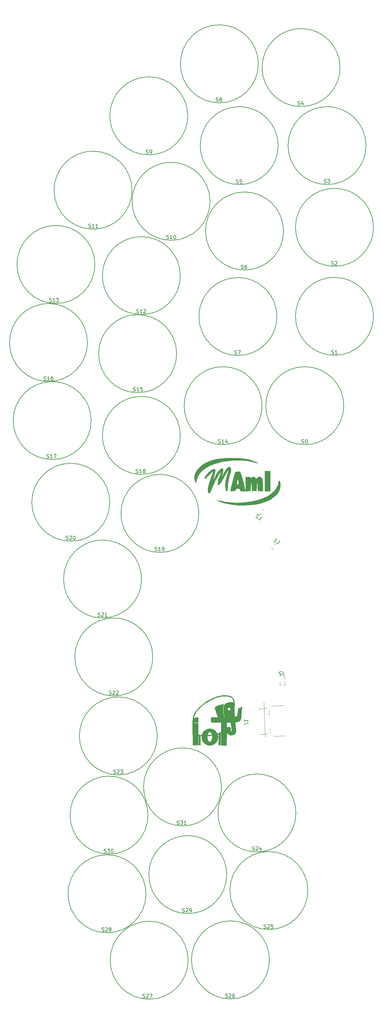
<source format=gto>
G04 #@! TF.GenerationSoftware,KiCad,Pcbnew,(5.0.0)*
G04 #@! TF.CreationDate,2019-11-18T10:43:10+01:00*
G04 #@! TF.ProjectId,Insole_PCB,496E736F6C655F5043422E6B69636164,rev?*
G04 #@! TF.SameCoordinates,Original*
G04 #@! TF.FileFunction,Legend,Top*
G04 #@! TF.FilePolarity,Positive*
%FSLAX46Y46*%
G04 Gerber Fmt 4.6, Leading zero omitted, Abs format (unit mm)*
G04 Created by KiCad (PCBNEW (5.0.0)) date 11/18/19 10:43:10*
%MOMM*%
%LPD*%
G01*
G04 APERTURE LIST*
%ADD10C,0.010000*%
%ADD11C,0.200000*%
%ADD12C,0.120000*%
%ADD13C,0.150000*%
G04 APERTURE END LIST*
D10*
G04 #@! TO.C,G\002A\002A\002A*
G36*
X184845600Y-132958978D02*
X186077206Y-133045346D01*
X187171482Y-133193122D01*
X188158039Y-133407235D01*
X189066490Y-133692618D01*
X189771653Y-133982245D01*
X190153611Y-134163619D01*
X190379078Y-134286521D01*
X190441200Y-134344277D01*
X190333123Y-134330211D01*
X190047993Y-134237648D01*
X190025653Y-134229649D01*
X188978454Y-133927188D01*
X187785408Y-133710864D01*
X186484416Y-133580054D01*
X185113377Y-133534137D01*
X183710192Y-133572488D01*
X182312761Y-133694486D01*
X180958984Y-133899508D01*
X179686761Y-134186932D01*
X178939075Y-134411751D01*
X177638684Y-134917408D01*
X176524633Y-135500971D01*
X175597310Y-136162087D01*
X174857106Y-136900407D01*
X174304409Y-137715578D01*
X173939607Y-138607249D01*
X173840095Y-139016707D01*
X173720284Y-139626307D01*
X173491149Y-139126152D01*
X173314382Y-138506164D01*
X173319277Y-137845948D01*
X173493634Y-137166168D01*
X173825252Y-136487489D01*
X174301932Y-135830576D01*
X174911473Y-135216095D01*
X175641676Y-134664709D01*
X176369658Y-134250414D01*
X177333091Y-133825282D01*
X178327761Y-133490039D01*
X179385491Y-133238742D01*
X180538102Y-133065450D01*
X181817415Y-132964224D01*
X183255254Y-132929122D01*
X183447053Y-132929086D01*
X184845600Y-132958978D01*
X184845600Y-132958978D01*
G37*
X184845600Y-132958978D02*
X186077206Y-133045346D01*
X187171482Y-133193122D01*
X188158039Y-133407235D01*
X189066490Y-133692618D01*
X189771653Y-133982245D01*
X190153611Y-134163619D01*
X190379078Y-134286521D01*
X190441200Y-134344277D01*
X190333123Y-134330211D01*
X190047993Y-134237648D01*
X190025653Y-134229649D01*
X188978454Y-133927188D01*
X187785408Y-133710864D01*
X186484416Y-133580054D01*
X185113377Y-133534137D01*
X183710192Y-133572488D01*
X182312761Y-133694486D01*
X180958984Y-133899508D01*
X179686761Y-134186932D01*
X178939075Y-134411751D01*
X177638684Y-134917408D01*
X176524633Y-135500971D01*
X175597310Y-136162087D01*
X174857106Y-136900407D01*
X174304409Y-137715578D01*
X173939607Y-138607249D01*
X173840095Y-139016707D01*
X173720284Y-139626307D01*
X173491149Y-139126152D01*
X173314382Y-138506164D01*
X173319277Y-137845948D01*
X173493634Y-137166168D01*
X173825252Y-136487489D01*
X174301932Y-135830576D01*
X174911473Y-135216095D01*
X175641676Y-134664709D01*
X176369658Y-134250414D01*
X177333091Y-133825282D01*
X178327761Y-133490039D01*
X179385491Y-133238742D01*
X180538102Y-133065450D01*
X181817415Y-132964224D01*
X183255254Y-132929122D01*
X183447053Y-132929086D01*
X184845600Y-132958978D01*
G36*
X193708653Y-141810707D02*
X192286253Y-141810707D01*
X192286253Y-136425907D01*
X193708653Y-136425907D01*
X193708653Y-141810707D01*
X193708653Y-141810707D01*
G37*
X193708653Y-141810707D02*
X192286253Y-141810707D01*
X192286253Y-136425907D01*
X193708653Y-136425907D01*
X193708653Y-141810707D01*
G36*
X191081447Y-138059070D02*
X191168967Y-138102469D01*
X191348233Y-138231205D01*
X191481591Y-138424486D01*
X191575047Y-138709742D01*
X191634607Y-139114406D01*
X191666278Y-139665908D01*
X191676067Y-140391679D01*
X191676086Y-140418555D01*
X191676653Y-141820403D01*
X190406653Y-141759907D01*
X190355853Y-140650458D01*
X190317976Y-140070718D01*
X190266566Y-139692391D01*
X190201416Y-139514127D01*
X190181449Y-139500123D01*
X190122863Y-139540063D01*
X190080013Y-139718568D01*
X190049996Y-140056761D01*
X190029913Y-140575766D01*
X190029049Y-140609572D01*
X190000253Y-141759907D01*
X188781053Y-141759907D01*
X188752256Y-140609572D01*
X188732629Y-140080133D01*
X188703227Y-139732655D01*
X188661149Y-139546014D01*
X188603494Y-139499085D01*
X188599856Y-139500123D01*
X188530963Y-139624615D01*
X188475864Y-139948806D01*
X188434355Y-140474044D01*
X188425453Y-140650458D01*
X188374653Y-141759907D01*
X187104653Y-141820403D01*
X187104653Y-138051507D01*
X187717441Y-138051507D01*
X188091877Y-138066755D01*
X188304082Y-138118573D01*
X188390394Y-138208293D01*
X188457020Y-138311105D01*
X188566237Y-138259393D01*
X188615806Y-138216208D01*
X188841380Y-138077551D01*
X189057895Y-137998250D01*
X189273765Y-137983113D01*
X189473242Y-138083253D01*
X189642095Y-138236519D01*
X189949453Y-138543876D01*
X190246437Y-138246891D01*
X190521922Y-138022054D01*
X190775051Y-137963393D01*
X191081447Y-138059070D01*
X191081447Y-138059070D01*
G37*
X191081447Y-138059070D02*
X191168967Y-138102469D01*
X191348233Y-138231205D01*
X191481591Y-138424486D01*
X191575047Y-138709742D01*
X191634607Y-139114406D01*
X191666278Y-139665908D01*
X191676067Y-140391679D01*
X191676086Y-140418555D01*
X191676653Y-141820403D01*
X190406653Y-141759907D01*
X190355853Y-140650458D01*
X190317976Y-140070718D01*
X190266566Y-139692391D01*
X190201416Y-139514127D01*
X190181449Y-139500123D01*
X190122863Y-139540063D01*
X190080013Y-139718568D01*
X190049996Y-140056761D01*
X190029913Y-140575766D01*
X190029049Y-140609572D01*
X190000253Y-141759907D01*
X188781053Y-141759907D01*
X188752256Y-140609572D01*
X188732629Y-140080133D01*
X188703227Y-139732655D01*
X188661149Y-139546014D01*
X188603494Y-139499085D01*
X188599856Y-139500123D01*
X188530963Y-139624615D01*
X188475864Y-139948806D01*
X188434355Y-140474044D01*
X188425453Y-140650458D01*
X188374653Y-141759907D01*
X187104653Y-141820403D01*
X187104653Y-138051507D01*
X187717441Y-138051507D01*
X188091877Y-138066755D01*
X188304082Y-138118573D01*
X188390394Y-138208293D01*
X188457020Y-138311105D01*
X188566237Y-138259393D01*
X188615806Y-138216208D01*
X188841380Y-138077551D01*
X189057895Y-137998250D01*
X189273765Y-137983113D01*
X189473242Y-138083253D01*
X189642095Y-138236519D01*
X189949453Y-138543876D01*
X190246437Y-138246891D01*
X190521922Y-138022054D01*
X190775051Y-137963393D01*
X191081447Y-138059070D01*
G36*
X185389732Y-136585624D02*
X185446221Y-136601229D01*
X185539302Y-136639476D01*
X185618665Y-136702055D01*
X185693363Y-136813685D01*
X185772450Y-136999084D01*
X185864978Y-137282970D01*
X185980002Y-137690060D01*
X186126574Y-138245073D01*
X186311267Y-138963038D01*
X186481209Y-139628577D01*
X186637180Y-140242715D01*
X186771037Y-140773119D01*
X186874635Y-141187455D01*
X186939829Y-141453390D01*
X186955421Y-141520331D01*
X187019198Y-141810707D01*
X186350725Y-141810707D01*
X185989910Y-141804164D01*
X185787791Y-141775878D01*
X185700051Y-141712857D01*
X185682253Y-141614764D01*
X185591944Y-141343265D01*
X185344966Y-141163192D01*
X184989195Y-141101062D01*
X184641970Y-141131149D01*
X184446261Y-141237160D01*
X184355855Y-141448199D01*
X184346295Y-141505907D01*
X184310608Y-141645852D01*
X184220243Y-141725895D01*
X184025779Y-141766979D01*
X183677798Y-141790052D01*
X183675653Y-141790155D01*
X183324652Y-141799400D01*
X183131588Y-141777996D01*
X183052233Y-141715782D01*
X183040653Y-141644284D01*
X183065439Y-141500074D01*
X183135088Y-141188565D01*
X183242533Y-140738912D01*
X183380707Y-140180268D01*
X183466927Y-139840110D01*
X184692777Y-139840110D01*
X184708108Y-139944433D01*
X184847082Y-140056944D01*
X184995998Y-140065232D01*
X185145087Y-140013540D01*
X185208538Y-139875570D01*
X185217617Y-139626307D01*
X185188560Y-139224413D01*
X185124858Y-138900128D01*
X185038388Y-138700964D01*
X184976320Y-138661107D01*
X184905419Y-138751425D01*
X184828084Y-138979223D01*
X184757845Y-139279762D01*
X184708233Y-139588303D01*
X184692777Y-139840110D01*
X183466927Y-139840110D01*
X183542544Y-139541788D01*
X183668962Y-139052055D01*
X184297271Y-136635946D01*
X184729411Y-136571143D01*
X185075635Y-136551864D01*
X185389732Y-136585624D01*
X185389732Y-136585624D01*
G37*
X185389732Y-136585624D02*
X185446221Y-136601229D01*
X185539302Y-136639476D01*
X185618665Y-136702055D01*
X185693363Y-136813685D01*
X185772450Y-136999084D01*
X185864978Y-137282970D01*
X185980002Y-137690060D01*
X186126574Y-138245073D01*
X186311267Y-138963038D01*
X186481209Y-139628577D01*
X186637180Y-140242715D01*
X186771037Y-140773119D01*
X186874635Y-141187455D01*
X186939829Y-141453390D01*
X186955421Y-141520331D01*
X187019198Y-141810707D01*
X186350725Y-141810707D01*
X185989910Y-141804164D01*
X185787791Y-141775878D01*
X185700051Y-141712857D01*
X185682253Y-141614764D01*
X185591944Y-141343265D01*
X185344966Y-141163192D01*
X184989195Y-141101062D01*
X184641970Y-141131149D01*
X184446261Y-141237160D01*
X184355855Y-141448199D01*
X184346295Y-141505907D01*
X184310608Y-141645852D01*
X184220243Y-141725895D01*
X184025779Y-141766979D01*
X183677798Y-141790052D01*
X183675653Y-141790155D01*
X183324652Y-141799400D01*
X183131588Y-141777996D01*
X183052233Y-141715782D01*
X183040653Y-141644284D01*
X183065439Y-141500074D01*
X183135088Y-141188565D01*
X183242533Y-140738912D01*
X183380707Y-140180268D01*
X183466927Y-139840110D01*
X184692777Y-139840110D01*
X184708108Y-139944433D01*
X184847082Y-140056944D01*
X184995998Y-140065232D01*
X185145087Y-140013540D01*
X185208538Y-139875570D01*
X185217617Y-139626307D01*
X185188560Y-139224413D01*
X185124858Y-138900128D01*
X185038388Y-138700964D01*
X184976320Y-138661107D01*
X184905419Y-138751425D01*
X184828084Y-138979223D01*
X184757845Y-139279762D01*
X184708233Y-139588303D01*
X184692777Y-139840110D01*
X183466927Y-139840110D01*
X183542544Y-139541788D01*
X183668962Y-139052055D01*
X184297271Y-136635946D01*
X184729411Y-136571143D01*
X185075635Y-136551864D01*
X185389732Y-136585624D01*
G36*
X182837103Y-135373389D02*
X182984091Y-135534113D01*
X183115669Y-135859656D01*
X183122940Y-136298602D01*
X183006237Y-136874666D01*
X183003023Y-136886365D01*
X182912417Y-137214348D01*
X182788681Y-137661620D01*
X182652988Y-138151662D01*
X182596284Y-138356307D01*
X182408272Y-139202201D01*
X182289841Y-140089184D01*
X182271858Y-140337507D01*
X182235661Y-140919930D01*
X182199257Y-141328447D01*
X182156791Y-141592272D01*
X182102410Y-141740620D01*
X182030262Y-141802706D01*
X181976692Y-141810707D01*
X181842365Y-141713873D01*
X181734836Y-141440244D01*
X181659832Y-141015132D01*
X181623081Y-140463845D01*
X181620321Y-140235907D01*
X181641201Y-139697515D01*
X181708735Y-139151102D01*
X181832161Y-138550335D01*
X182020718Y-137848880D01*
X182235737Y-137149387D01*
X182360766Y-136741307D01*
X182451734Y-136411265D01*
X182497204Y-136202817D01*
X182497249Y-136153436D01*
X182417939Y-136177862D01*
X182272033Y-136352202D01*
X182054172Y-136684655D01*
X181759000Y-137183421D01*
X181381157Y-137856699D01*
X181364253Y-137887368D01*
X180892172Y-138716234D01*
X180492326Y-139357409D01*
X180163468Y-139812652D01*
X179904350Y-140083721D01*
X179745007Y-140169433D01*
X179637828Y-140170655D01*
X179590967Y-140089851D01*
X179592776Y-139881907D01*
X179614006Y-139662100D01*
X179669339Y-139340755D01*
X179773988Y-138891753D01*
X179911853Y-138379819D01*
X180035693Y-137967021D01*
X180177098Y-137515615D01*
X180292800Y-137139846D01*
X180370787Y-136879173D01*
X180399053Y-136773221D01*
X180356375Y-136723048D01*
X180237727Y-136830675D01*
X180057184Y-137071745D01*
X179828825Y-137421899D01*
X179566725Y-137856780D01*
X179284961Y-138352029D01*
X178997611Y-138883289D01*
X178718750Y-139426201D01*
X178462455Y-139956408D01*
X178242804Y-140449552D01*
X178165585Y-140637946D01*
X177918024Y-141234463D01*
X177689036Y-141735712D01*
X177491419Y-142116741D01*
X177337972Y-142352600D01*
X177251316Y-142420307D01*
X177131897Y-142341226D01*
X177049827Y-142223786D01*
X176955308Y-141871189D01*
X176955334Y-141362864D01*
X177045959Y-140720818D01*
X177223238Y-139967060D01*
X177483226Y-139123598D01*
X177724649Y-138459536D01*
X177972175Y-137807095D01*
X178145498Y-137321017D01*
X178250180Y-136980773D01*
X178291786Y-136765838D01*
X178275879Y-136655685D01*
X178220781Y-136629107D01*
X178058331Y-136700845D01*
X177802269Y-136892859D01*
X177490288Y-137170344D01*
X177160081Y-137498497D01*
X176849340Y-137842516D01*
X176681699Y-138050201D01*
X176424743Y-138368894D01*
X176258648Y-138522541D01*
X176166949Y-138518636D01*
X176133177Y-138364675D01*
X176131853Y-138300461D01*
X176175828Y-138014347D01*
X176321603Y-137711733D01*
X176589944Y-137360711D01*
X177001623Y-136929374D01*
X177064045Y-136868367D01*
X177575247Y-136408156D01*
X178003860Y-136106750D01*
X178373474Y-135949704D01*
X178616007Y-135917907D01*
X178772602Y-135934813D01*
X178848769Y-136021049D01*
X178873061Y-136229888D01*
X178874676Y-136400507D01*
X178833269Y-136753635D01*
X178714348Y-137262132D01*
X178525241Y-137896727D01*
X178423207Y-138203907D01*
X178268371Y-138666519D01*
X178150686Y-139036515D01*
X178079022Y-139284422D01*
X178062247Y-139380770D01*
X178071597Y-139372307D01*
X178157112Y-139227788D01*
X178317584Y-138945105D01*
X178530452Y-138564365D01*
X178773155Y-138125672D01*
X178786015Y-138102307D01*
X179259753Y-137277246D01*
X179673510Y-136636218D01*
X180034219Y-136171387D01*
X180348811Y-135874919D01*
X180624220Y-135738981D01*
X180863690Y-135754302D01*
X180960803Y-135825979D01*
X181001419Y-135976594D01*
X180994957Y-136257453D01*
X180982704Y-136402658D01*
X180914402Y-136839277D01*
X180797934Y-137324727D01*
X180714788Y-137590785D01*
X180580383Y-137988603D01*
X180521566Y-138209478D01*
X180540043Y-138251851D01*
X180637525Y-138114162D01*
X180815719Y-137794853D01*
X181076333Y-137292365D01*
X181106196Y-137233553D01*
X181483964Y-136536513D01*
X181817725Y-136024552D01*
X182114973Y-135686188D01*
X182117220Y-135684153D01*
X182431842Y-135428554D01*
X182659355Y-135327120D01*
X182837103Y-135373389D01*
X182837103Y-135373389D01*
G37*
X182837103Y-135373389D02*
X182984091Y-135534113D01*
X183115669Y-135859656D01*
X183122940Y-136298602D01*
X183006237Y-136874666D01*
X183003023Y-136886365D01*
X182912417Y-137214348D01*
X182788681Y-137661620D01*
X182652988Y-138151662D01*
X182596284Y-138356307D01*
X182408272Y-139202201D01*
X182289841Y-140089184D01*
X182271858Y-140337507D01*
X182235661Y-140919930D01*
X182199257Y-141328447D01*
X182156791Y-141592272D01*
X182102410Y-141740620D01*
X182030262Y-141802706D01*
X181976692Y-141810707D01*
X181842365Y-141713873D01*
X181734836Y-141440244D01*
X181659832Y-141015132D01*
X181623081Y-140463845D01*
X181620321Y-140235907D01*
X181641201Y-139697515D01*
X181708735Y-139151102D01*
X181832161Y-138550335D01*
X182020718Y-137848880D01*
X182235737Y-137149387D01*
X182360766Y-136741307D01*
X182451734Y-136411265D01*
X182497204Y-136202817D01*
X182497249Y-136153436D01*
X182417939Y-136177862D01*
X182272033Y-136352202D01*
X182054172Y-136684655D01*
X181759000Y-137183421D01*
X181381157Y-137856699D01*
X181364253Y-137887368D01*
X180892172Y-138716234D01*
X180492326Y-139357409D01*
X180163468Y-139812652D01*
X179904350Y-140083721D01*
X179745007Y-140169433D01*
X179637828Y-140170655D01*
X179590967Y-140089851D01*
X179592776Y-139881907D01*
X179614006Y-139662100D01*
X179669339Y-139340755D01*
X179773988Y-138891753D01*
X179911853Y-138379819D01*
X180035693Y-137967021D01*
X180177098Y-137515615D01*
X180292800Y-137139846D01*
X180370787Y-136879173D01*
X180399053Y-136773221D01*
X180356375Y-136723048D01*
X180237727Y-136830675D01*
X180057184Y-137071745D01*
X179828825Y-137421899D01*
X179566725Y-137856780D01*
X179284961Y-138352029D01*
X178997611Y-138883289D01*
X178718750Y-139426201D01*
X178462455Y-139956408D01*
X178242804Y-140449552D01*
X178165585Y-140637946D01*
X177918024Y-141234463D01*
X177689036Y-141735712D01*
X177491419Y-142116741D01*
X177337972Y-142352600D01*
X177251316Y-142420307D01*
X177131897Y-142341226D01*
X177049827Y-142223786D01*
X176955308Y-141871189D01*
X176955334Y-141362864D01*
X177045959Y-140720818D01*
X177223238Y-139967060D01*
X177483226Y-139123598D01*
X177724649Y-138459536D01*
X177972175Y-137807095D01*
X178145498Y-137321017D01*
X178250180Y-136980773D01*
X178291786Y-136765838D01*
X178275879Y-136655685D01*
X178220781Y-136629107D01*
X178058331Y-136700845D01*
X177802269Y-136892859D01*
X177490288Y-137170344D01*
X177160081Y-137498497D01*
X176849340Y-137842516D01*
X176681699Y-138050201D01*
X176424743Y-138368894D01*
X176258648Y-138522541D01*
X176166949Y-138518636D01*
X176133177Y-138364675D01*
X176131853Y-138300461D01*
X176175828Y-138014347D01*
X176321603Y-137711733D01*
X176589944Y-137360711D01*
X177001623Y-136929374D01*
X177064045Y-136868367D01*
X177575247Y-136408156D01*
X178003860Y-136106750D01*
X178373474Y-135949704D01*
X178616007Y-135917907D01*
X178772602Y-135934813D01*
X178848769Y-136021049D01*
X178873061Y-136229888D01*
X178874676Y-136400507D01*
X178833269Y-136753635D01*
X178714348Y-137262132D01*
X178525241Y-137896727D01*
X178423207Y-138203907D01*
X178268371Y-138666519D01*
X178150686Y-139036515D01*
X178079022Y-139284422D01*
X178062247Y-139380770D01*
X178071597Y-139372307D01*
X178157112Y-139227788D01*
X178317584Y-138945105D01*
X178530452Y-138564365D01*
X178773155Y-138125672D01*
X178786015Y-138102307D01*
X179259753Y-137277246D01*
X179673510Y-136636218D01*
X180034219Y-136171387D01*
X180348811Y-135874919D01*
X180624220Y-135738981D01*
X180863690Y-135754302D01*
X180960803Y-135825979D01*
X181001419Y-135976594D01*
X180994957Y-136257453D01*
X180982704Y-136402658D01*
X180914402Y-136839277D01*
X180797934Y-137324727D01*
X180714788Y-137590785D01*
X180580383Y-137988603D01*
X180521566Y-138209478D01*
X180540043Y-138251851D01*
X180637525Y-138114162D01*
X180815719Y-137794853D01*
X181076333Y-137292365D01*
X181106196Y-137233553D01*
X181483964Y-136536513D01*
X181817725Y-136024552D01*
X182114973Y-135686188D01*
X182117220Y-135684153D01*
X182431842Y-135428554D01*
X182659355Y-135327120D01*
X182837103Y-135373389D01*
G36*
X179484653Y-144198307D02*
X179433853Y-144249107D01*
X179383053Y-144198307D01*
X179433853Y-144147507D01*
X179484653Y-144198307D01*
X179484653Y-144198307D01*
G37*
X179484653Y-144198307D02*
X179433853Y-144249107D01*
X179383053Y-144198307D01*
X179433853Y-144147507D01*
X179484653Y-144198307D01*
G36*
X196174748Y-139077887D02*
X196309416Y-139329698D01*
X196311636Y-139334995D01*
X196415189Y-139725489D01*
X196439455Y-140237255D01*
X196431440Y-140434507D01*
X196285878Y-141249089D01*
X195951103Y-142022138D01*
X195438705Y-142743241D01*
X194760274Y-143401986D01*
X193927401Y-143987958D01*
X192951675Y-144490744D01*
X191844687Y-144899932D01*
X191288264Y-145055461D01*
X190218656Y-145279542D01*
X189015591Y-145452053D01*
X187743359Y-145568182D01*
X186466247Y-145623120D01*
X185248546Y-145612056D01*
X184487247Y-145564376D01*
X183815930Y-145488564D01*
X183085312Y-145379138D01*
X182355152Y-145247246D01*
X181685209Y-145104036D01*
X181135243Y-144960655D01*
X180968936Y-144908035D01*
X180614024Y-144778692D01*
X180253653Y-144633109D01*
X179934191Y-144491991D01*
X179702005Y-144376043D01*
X179603465Y-144305971D01*
X179604384Y-144298708D01*
X179711260Y-144307313D01*
X179969174Y-144359346D01*
X180333016Y-144445177D01*
X180557988Y-144502275D01*
X181423033Y-144697014D01*
X182313683Y-144833481D01*
X183273620Y-144915462D01*
X184346526Y-144946747D01*
X185521848Y-144932640D01*
X187350634Y-144816991D01*
X189024281Y-144573933D01*
X190546833Y-144202357D01*
X191922334Y-143701151D01*
X193154828Y-143069202D01*
X193773784Y-142665092D01*
X194441753Y-142110773D01*
X195016749Y-141474083D01*
X195472985Y-140792761D01*
X195784675Y-140104544D01*
X195918573Y-139526239D01*
X195980560Y-139175557D01*
X196065540Y-139026307D01*
X196174748Y-139077887D01*
X196174748Y-139077887D01*
G37*
X196174748Y-139077887D02*
X196309416Y-139329698D01*
X196311636Y-139334995D01*
X196415189Y-139725489D01*
X196439455Y-140237255D01*
X196431440Y-140434507D01*
X196285878Y-141249089D01*
X195951103Y-142022138D01*
X195438705Y-142743241D01*
X194760274Y-143401986D01*
X193927401Y-143987958D01*
X192951675Y-144490744D01*
X191844687Y-144899932D01*
X191288264Y-145055461D01*
X190218656Y-145279542D01*
X189015591Y-145452053D01*
X187743359Y-145568182D01*
X186466247Y-145623120D01*
X185248546Y-145612056D01*
X184487247Y-145564376D01*
X183815930Y-145488564D01*
X183085312Y-145379138D01*
X182355152Y-145247246D01*
X181685209Y-145104036D01*
X181135243Y-144960655D01*
X180968936Y-144908035D01*
X180614024Y-144778692D01*
X180253653Y-144633109D01*
X179934191Y-144491991D01*
X179702005Y-144376043D01*
X179603465Y-144305971D01*
X179604384Y-144298708D01*
X179711260Y-144307313D01*
X179969174Y-144359346D01*
X180333016Y-144445177D01*
X180557988Y-144502275D01*
X181423033Y-144697014D01*
X182313683Y-144833481D01*
X183273620Y-144915462D01*
X184346526Y-144946747D01*
X185521848Y-144932640D01*
X187350634Y-144816991D01*
X189024281Y-144573933D01*
X190546833Y-144202357D01*
X191922334Y-143701151D01*
X193154828Y-143069202D01*
X193773784Y-142665092D01*
X194441753Y-142110773D01*
X195016749Y-141474083D01*
X195472985Y-140792761D01*
X195784675Y-140104544D01*
X195918573Y-139526239D01*
X195980560Y-139175557D01*
X196065540Y-139026307D01*
X196174748Y-139077887D01*
G36*
X181556800Y-196804393D02*
X181712425Y-196808590D01*
X181865834Y-196815525D01*
X182014294Y-196825139D01*
X182155073Y-196837373D01*
X182285439Y-196852167D01*
X182335939Y-196859058D01*
X182527458Y-196891937D01*
X182707567Y-196933742D01*
X182876346Y-196984531D01*
X183033876Y-197044360D01*
X183180235Y-197113286D01*
X183315503Y-197191367D01*
X183439759Y-197278659D01*
X183553085Y-197375220D01*
X183655558Y-197481106D01*
X183747258Y-197596375D01*
X183828266Y-197721083D01*
X183898661Y-197855287D01*
X183958522Y-197999045D01*
X183968851Y-198027842D01*
X184005753Y-198148433D01*
X184036236Y-198279967D01*
X184059984Y-198420218D01*
X184076682Y-198566960D01*
X184086012Y-198717967D01*
X184087739Y-198865250D01*
X184087688Y-198927348D01*
X184089339Y-198975155D01*
X184092690Y-199008623D01*
X184095308Y-199021084D01*
X184098987Y-199036841D01*
X184101798Y-199055892D01*
X184103740Y-199079572D01*
X184104816Y-199109216D01*
X184105028Y-199146161D01*
X184104376Y-199191741D01*
X184102863Y-199247293D01*
X184100490Y-199314151D01*
X184097258Y-199393653D01*
X184095796Y-199427678D01*
X184094120Y-199469589D01*
X184092614Y-199514796D01*
X184091271Y-199564136D01*
X184090083Y-199618447D01*
X184089043Y-199678565D01*
X184088144Y-199745327D01*
X184087380Y-199819571D01*
X184086743Y-199902134D01*
X184086226Y-199993853D01*
X184085822Y-200095564D01*
X184085524Y-200208106D01*
X184085325Y-200332315D01*
X184085218Y-200469029D01*
X184085195Y-200619083D01*
X184085209Y-200683164D01*
X184085328Y-200812353D01*
X184085605Y-200942885D01*
X184086030Y-201073948D01*
X184086592Y-201204730D01*
X184087283Y-201334417D01*
X184088094Y-201462197D01*
X184089014Y-201587259D01*
X184090035Y-201708789D01*
X184091147Y-201825974D01*
X184092340Y-201938003D01*
X184093606Y-202044063D01*
X184094934Y-202143341D01*
X184096315Y-202235025D01*
X184097740Y-202318302D01*
X184099200Y-202392360D01*
X184100685Y-202456387D01*
X184102185Y-202509569D01*
X184103691Y-202551094D01*
X184105194Y-202580151D01*
X184106684Y-202595925D01*
X184107446Y-202598605D01*
X184117133Y-202599757D01*
X184138611Y-202597412D01*
X184169723Y-202592080D01*
X184208309Y-202584273D01*
X184252212Y-202574500D01*
X184299273Y-202563273D01*
X184347334Y-202551103D01*
X184394237Y-202538501D01*
X184437823Y-202525977D01*
X184475935Y-202514043D01*
X184499705Y-202505757D01*
X184595866Y-202465098D01*
X184680674Y-202418827D01*
X184753539Y-202367396D01*
X184813871Y-202311259D01*
X184861078Y-202250868D01*
X184883425Y-202211630D01*
X184908882Y-202159993D01*
X184999387Y-201223821D01*
X185010525Y-201108522D01*
X185021270Y-200997112D01*
X185031539Y-200890455D01*
X185041251Y-200789416D01*
X185050322Y-200694860D01*
X185058670Y-200607652D01*
X185066213Y-200528657D01*
X185072867Y-200458739D01*
X185078550Y-200398764D01*
X185083181Y-200349597D01*
X185086675Y-200312102D01*
X185088951Y-200287144D01*
X185089927Y-200275589D01*
X185089958Y-200274950D01*
X185091300Y-200269630D01*
X185096813Y-200266032D01*
X185108825Y-200263827D01*
X185129664Y-200262686D01*
X185161659Y-200262280D01*
X185179937Y-200262250D01*
X185264650Y-200258657D01*
X185345623Y-200247436D01*
X185424314Y-200227923D01*
X185502177Y-200199454D01*
X185580667Y-200161367D01*
X185661240Y-200112997D01*
X185745352Y-200053681D01*
X185834458Y-199982756D01*
X185882020Y-199942137D01*
X185932167Y-199899008D01*
X185972776Y-199865942D01*
X186004827Y-199842997D01*
X186029303Y-199830235D01*
X186047182Y-199827715D01*
X186059445Y-199835498D01*
X186067074Y-199853645D01*
X186071047Y-199882215D01*
X186072347Y-199921268D01*
X186072204Y-199953821D01*
X186071561Y-199969169D01*
X186069876Y-199998123D01*
X186067214Y-200039817D01*
X186063640Y-200093386D01*
X186059217Y-200157963D01*
X186054011Y-200232682D01*
X186048085Y-200316678D01*
X186041504Y-200409084D01*
X186034331Y-200509035D01*
X186026632Y-200615664D01*
X186018471Y-200728106D01*
X186009911Y-200845495D01*
X186001018Y-200966965D01*
X185991855Y-201091650D01*
X185982487Y-201218683D01*
X185972977Y-201347200D01*
X185963392Y-201476333D01*
X185953794Y-201605218D01*
X185944247Y-201732987D01*
X185934817Y-201858776D01*
X185925568Y-201981718D01*
X185916564Y-202100948D01*
X185907868Y-202215598D01*
X185899546Y-202324805D01*
X185891662Y-202427700D01*
X185884280Y-202523419D01*
X185877464Y-202611096D01*
X185871279Y-202689865D01*
X185865789Y-202758859D01*
X185861058Y-202817212D01*
X185857150Y-202864060D01*
X185854131Y-202898535D01*
X185852063Y-202919773D01*
X185851812Y-202921993D01*
X185833748Y-203040186D01*
X185808101Y-203148410D01*
X185774082Y-203249517D01*
X185739688Y-203328495D01*
X185688667Y-203420855D01*
X185627820Y-203505848D01*
X185556707Y-203583756D01*
X185474887Y-203654863D01*
X185381919Y-203719451D01*
X185277363Y-203777805D01*
X185160778Y-203830207D01*
X185031724Y-203876940D01*
X184889760Y-203918287D01*
X184781511Y-203944391D01*
X184713335Y-203958704D01*
X184635378Y-203973609D01*
X184552305Y-203988307D01*
X184468783Y-204001996D01*
X184389477Y-204013877D01*
X184329839Y-204021836D01*
X184290927Y-204027531D01*
X184266198Y-204033204D01*
X184255802Y-204038817D01*
X184255453Y-204040037D01*
X184256251Y-204048244D01*
X184258581Y-204069999D01*
X184262345Y-204104428D01*
X184267444Y-204150655D01*
X184273783Y-204207807D01*
X184281262Y-204275009D01*
X184289785Y-204351387D01*
X184299254Y-204436065D01*
X184309572Y-204528170D01*
X184320640Y-204626826D01*
X184332361Y-204731160D01*
X184344637Y-204840296D01*
X184357157Y-204951449D01*
X184373678Y-205098053D01*
X184388654Y-205231022D01*
X184402159Y-205351144D01*
X184414270Y-205459207D01*
X184425063Y-205555999D01*
X184434613Y-205642310D01*
X184442997Y-205718926D01*
X184450290Y-205786636D01*
X184456568Y-205846228D01*
X184461909Y-205898491D01*
X184466386Y-205944212D01*
X184470077Y-205984180D01*
X184473057Y-206019184D01*
X184475402Y-206050010D01*
X184477189Y-206077448D01*
X184478492Y-206102285D01*
X184479389Y-206125310D01*
X184479955Y-206147312D01*
X184480265Y-206169077D01*
X184480397Y-206191395D01*
X184480425Y-206215053D01*
X184480425Y-206230645D01*
X184475952Y-206382864D01*
X184462440Y-206524047D01*
X184439744Y-206654624D01*
X184407723Y-206775029D01*
X184366234Y-206885690D01*
X184315132Y-206987042D01*
X184254277Y-207079513D01*
X184183524Y-207163537D01*
X184165215Y-207182332D01*
X184084728Y-207254107D01*
X183996113Y-207316518D01*
X183898761Y-207369791D01*
X183792067Y-207414154D01*
X183675423Y-207449832D01*
X183548221Y-207477052D01*
X183409856Y-207496041D01*
X183301139Y-207504855D01*
X183154110Y-207508310D01*
X183016209Y-207500511D01*
X182887360Y-207481426D01*
X182767485Y-207451023D01*
X182656509Y-207409269D01*
X182554354Y-207356133D01*
X182460945Y-207291583D01*
X182376204Y-207215587D01*
X182300056Y-207128113D01*
X182257860Y-207069207D01*
X182208419Y-206989014D01*
X182164782Y-206905228D01*
X182126556Y-206816473D01*
X182093348Y-206721374D01*
X182064764Y-206618557D01*
X182040411Y-206506647D01*
X182019894Y-206384269D01*
X182002821Y-206250049D01*
X181992017Y-206140535D01*
X181990199Y-206122017D01*
X181988744Y-206112735D01*
X181987604Y-206113508D01*
X181986733Y-206125153D01*
X181986084Y-206148488D01*
X181985609Y-206184333D01*
X181985262Y-206233504D01*
X181985134Y-206260278D01*
X181983900Y-206548659D01*
X181982722Y-206822864D01*
X181981598Y-207083233D01*
X181980527Y-207330105D01*
X181979507Y-207563818D01*
X181978536Y-207784713D01*
X181977612Y-207993128D01*
X181976734Y-208189401D01*
X181975900Y-208373873D01*
X181975107Y-208546881D01*
X181974355Y-208708765D01*
X181973642Y-208859865D01*
X181972965Y-209000518D01*
X181972323Y-209131064D01*
X181971714Y-209251843D01*
X181971137Y-209363192D01*
X181970589Y-209465452D01*
X181970069Y-209558960D01*
X181969574Y-209644057D01*
X181969105Y-209721080D01*
X181968657Y-209790370D01*
X181968231Y-209852265D01*
X181967823Y-209907104D01*
X181967432Y-209955226D01*
X181967057Y-209996971D01*
X181966695Y-210032676D01*
X181966345Y-210062682D01*
X181966006Y-210087327D01*
X181965674Y-210106950D01*
X181965349Y-210121890D01*
X181965029Y-210132487D01*
X181964811Y-210137407D01*
X181960799Y-210211793D01*
X181447421Y-210211793D01*
X181355474Y-210211721D01*
X181262531Y-210211514D01*
X181170453Y-210211184D01*
X181081105Y-210210743D01*
X180996350Y-210210204D01*
X180918049Y-210209579D01*
X180848067Y-210208880D01*
X180788265Y-210208120D01*
X180740507Y-210207311D01*
X180727848Y-210207038D01*
X180521653Y-210202284D01*
X180523953Y-209544824D01*
X180524202Y-209454027D01*
X180524365Y-209350367D01*
X180524445Y-209235493D01*
X180524443Y-209111057D01*
X180524363Y-208978709D01*
X180524207Y-208840099D01*
X180523977Y-208696878D01*
X180523678Y-208550697D01*
X180523310Y-208403206D01*
X180522877Y-208256054D01*
X180522381Y-208110894D01*
X180521825Y-207969375D01*
X180521249Y-207840755D01*
X180516244Y-206794146D01*
X180464520Y-206837215D01*
X180436936Y-206860369D01*
X180409363Y-206883822D01*
X180386690Y-206903408D01*
X180381766Y-206907738D01*
X180350735Y-206935193D01*
X180343784Y-208332193D01*
X180343067Y-208477424D01*
X180342369Y-208621001D01*
X180341694Y-208762056D01*
X180341046Y-208899720D01*
X180340428Y-209033127D01*
X180339844Y-209161406D01*
X180339298Y-209283691D01*
X180338794Y-209399113D01*
X180338336Y-209506804D01*
X180337926Y-209605896D01*
X180337570Y-209695520D01*
X180337270Y-209774809D01*
X180337031Y-209842894D01*
X180336856Y-209898907D01*
X180336749Y-209941980D01*
X180336714Y-209966864D01*
X180336596Y-210204535D01*
X179857625Y-210204535D01*
X179857625Y-208702307D01*
X179857612Y-208555757D01*
X179857577Y-208413108D01*
X179857518Y-208275035D01*
X179857439Y-208142213D01*
X179857339Y-208015318D01*
X179857220Y-207895025D01*
X179857083Y-207782009D01*
X179856929Y-207676946D01*
X179856760Y-207580510D01*
X179856577Y-207493377D01*
X179856380Y-207416223D01*
X179856171Y-207349723D01*
X179855951Y-207294552D01*
X179855722Y-207251385D01*
X179855483Y-207220897D01*
X179855238Y-207203765D01*
X179855057Y-207200078D01*
X179847763Y-207202527D01*
X179829215Y-207209304D01*
X179801720Y-207219550D01*
X179767579Y-207232410D01*
X179740757Y-207242586D01*
X179698453Y-207258497D01*
X179656455Y-207273972D01*
X179618569Y-207287629D01*
X179588602Y-207298087D01*
X179578225Y-207301541D01*
X179552645Y-207310264D01*
X179532563Y-207317927D01*
X179521959Y-207323001D01*
X179521560Y-207323318D01*
X179521269Y-207331788D01*
X179524163Y-207351884D01*
X179529785Y-207381183D01*
X179537681Y-207417259D01*
X179544895Y-207447606D01*
X179561856Y-207518969D01*
X179575497Y-207582429D01*
X179586161Y-207641038D01*
X179594192Y-207697844D01*
X179599933Y-207755899D01*
X179603728Y-207818253D01*
X179605920Y-207887956D01*
X179606854Y-207968059D01*
X179606946Y-207998364D01*
X179606930Y-208064112D01*
X179606596Y-208117835D01*
X179605820Y-208162020D01*
X179604476Y-208199154D01*
X179602438Y-208231726D01*
X179599580Y-208262223D01*
X179595778Y-208293133D01*
X179590906Y-208326943D01*
X179590110Y-208332193D01*
X179555242Y-208514671D01*
X179507205Y-208691151D01*
X179446065Y-208861479D01*
X179371891Y-209025502D01*
X179284751Y-209183067D01*
X179184711Y-209334023D01*
X179093909Y-209451785D01*
X179059217Y-209491789D01*
X179016356Y-209537840D01*
X178968078Y-209587253D01*
X178917133Y-209637343D01*
X178866272Y-209685423D01*
X178818247Y-209728810D01*
X178775809Y-209764818D01*
X178761796Y-209775948D01*
X178614346Y-209881494D01*
X178461822Y-209973443D01*
X178304199Y-210051802D01*
X178141455Y-210116581D01*
X177973566Y-210167790D01*
X177800508Y-210205437D01*
X177622259Y-210229532D01*
X177579245Y-210233257D01*
X177500118Y-210237752D01*
X177419191Y-210239393D01*
X177342677Y-210238117D01*
X177303110Y-210236039D01*
X177128477Y-210218056D01*
X176961436Y-210188437D01*
X176800337Y-210146731D01*
X176643526Y-210092490D01*
X176489351Y-210025264D01*
X176443139Y-210002383D01*
X176375391Y-209965816D01*
X176302370Y-209922743D01*
X176228206Y-209875820D01*
X176157024Y-209827706D01*
X176092955Y-209781057D01*
X176063375Y-209757902D01*
X175939484Y-209649133D01*
X175822206Y-209528626D01*
X175713003Y-209398210D01*
X175613340Y-209259720D01*
X175524683Y-209114986D01*
X175476031Y-209023213D01*
X175415842Y-208894199D01*
X175365500Y-208767167D01*
X175323948Y-208638653D01*
X175290127Y-208505194D01*
X175262980Y-208363326D01*
X175251647Y-208288650D01*
X175247204Y-208246935D01*
X175243725Y-208194040D01*
X175241217Y-208132866D01*
X175239685Y-208066310D01*
X175239134Y-207997270D01*
X175239220Y-207983734D01*
X176753536Y-207983734D01*
X176754378Y-208027393D01*
X176762715Y-208174203D01*
X176778079Y-208315192D01*
X176800158Y-208449670D01*
X176828637Y-208576950D01*
X176863203Y-208696343D01*
X176903541Y-208807160D01*
X176949339Y-208908714D01*
X177000283Y-209000316D01*
X177056060Y-209081277D01*
X177116354Y-209150910D01*
X177180854Y-209208527D01*
X177249244Y-209253438D01*
X177321213Y-209284956D01*
X177328510Y-209287319D01*
X177359014Y-209293375D01*
X177398414Y-209296332D01*
X177441435Y-209296230D01*
X177482804Y-209293107D01*
X177517246Y-209287003D01*
X177521322Y-209285882D01*
X177584471Y-209260429D01*
X177647254Y-209221574D01*
X177708577Y-209170414D01*
X177767344Y-209108043D01*
X177822459Y-209035555D01*
X177872827Y-208954045D01*
X177894623Y-208912782D01*
X177943793Y-208804568D01*
X177985913Y-208689673D01*
X178021461Y-208566420D01*
X178050912Y-208433131D01*
X178074743Y-208288130D01*
X178077277Y-208269647D01*
X178081422Y-208230869D01*
X178084747Y-208183668D01*
X178087274Y-208129865D01*
X178089020Y-208071280D01*
X178090008Y-208009732D01*
X178090257Y-207947041D01*
X178089787Y-207885027D01*
X178088618Y-207825510D01*
X178086771Y-207770311D01*
X178084265Y-207721249D01*
X178081121Y-207680144D01*
X178077360Y-207648815D01*
X178073000Y-207629084D01*
X178070121Y-207623584D01*
X178062091Y-207623062D01*
X178042058Y-207623825D01*
X178012463Y-207625722D01*
X177975744Y-207628601D01*
X177944304Y-207631379D01*
X177829667Y-207641464D01*
X177718956Y-207650093D01*
X177609356Y-207657411D01*
X177498053Y-207663566D01*
X177382231Y-207668705D01*
X177259076Y-207672975D01*
X177125772Y-207676523D01*
X177047389Y-207678214D01*
X176985750Y-207679555D01*
X176928735Y-207681001D01*
X176877959Y-207682494D01*
X176835035Y-207683979D01*
X176801579Y-207685398D01*
X176779204Y-207686696D01*
X176769524Y-207687815D01*
X176769286Y-207687941D01*
X176766058Y-207698092D01*
X176762989Y-207720474D01*
X176760179Y-207752803D01*
X176757730Y-207792796D01*
X176755740Y-207838169D01*
X176754311Y-207886638D01*
X176753543Y-207935921D01*
X176753536Y-207983734D01*
X175239220Y-207983734D01*
X175239570Y-207928646D01*
X175240998Y-207863334D01*
X175243424Y-207804236D01*
X175246853Y-207754247D01*
X175250571Y-207721015D01*
X175260761Y-207650495D01*
X175242350Y-207646940D01*
X175229937Y-207645701D01*
X175205364Y-207644201D01*
X175170982Y-207642547D01*
X175129139Y-207640847D01*
X175082187Y-207639211D01*
X175058839Y-207638489D01*
X174893739Y-207633593D01*
X174893739Y-210190021D01*
X174472865Y-210190021D01*
X174471030Y-208896435D01*
X174469196Y-207602850D01*
X174383786Y-207596336D01*
X174350231Y-207594024D01*
X174322374Y-207592573D01*
X174303158Y-207592102D01*
X174295548Y-207592708D01*
X174295221Y-207600150D01*
X174294847Y-207621377D01*
X174294429Y-207655661D01*
X174293972Y-207702273D01*
X174293480Y-207760483D01*
X174292959Y-207829563D01*
X174292412Y-207908784D01*
X174291844Y-207997418D01*
X174291260Y-208094734D01*
X174290665Y-208200006D01*
X174290063Y-208312502D01*
X174289458Y-208431496D01*
X174288855Y-208556257D01*
X174288259Y-208686057D01*
X174287675Y-208820168D01*
X174287371Y-208892807D01*
X174282022Y-210190021D01*
X172832710Y-210190021D01*
X172832636Y-208446493D01*
X172832621Y-208256272D01*
X172832592Y-208079908D01*
X172832543Y-207916742D01*
X172832470Y-207766119D01*
X172832368Y-207627378D01*
X172832233Y-207499864D01*
X172832173Y-207458537D01*
X176802368Y-207458537D01*
X176802368Y-207476887D01*
X176992868Y-207472458D01*
X177057118Y-207470817D01*
X177128550Y-207468745D01*
X177202150Y-207466403D01*
X177272908Y-207463954D01*
X177335812Y-207461558D01*
X177353910Y-207460811D01*
X177423580Y-207457626D01*
X177495832Y-207453893D01*
X177569150Y-207449725D01*
X177642022Y-207445233D01*
X177712932Y-207440532D01*
X177780367Y-207435734D01*
X177842812Y-207430951D01*
X177898753Y-207426297D01*
X177946677Y-207421884D01*
X177985069Y-207417826D01*
X178012414Y-207414235D01*
X178027199Y-207411224D01*
X178028875Y-207410504D01*
X178031314Y-207400863D01*
X178028850Y-207378984D01*
X178021793Y-207346174D01*
X178010456Y-207303742D01*
X177995149Y-207252994D01*
X177981027Y-207209591D01*
X177940123Y-207100112D01*
X177894189Y-207000471D01*
X177843732Y-206911167D01*
X177789260Y-206832698D01*
X177731279Y-206765560D01*
X177670297Y-206710252D01*
X177606821Y-206667271D01*
X177541359Y-206637115D01*
X177474419Y-206620281D01*
X177406506Y-206617268D01*
X177379875Y-206619945D01*
X177316821Y-206633734D01*
X177258210Y-206657230D01*
X177201873Y-206691662D01*
X177145643Y-206738258D01*
X177111522Y-206772075D01*
X177044361Y-206852136D01*
X176983425Y-206945138D01*
X176928825Y-207050858D01*
X176880672Y-207169075D01*
X176839075Y-207299566D01*
X176827209Y-207343719D01*
X176818027Y-207380680D01*
X176810378Y-207413961D01*
X176804956Y-207440351D01*
X176802456Y-207456638D01*
X176802368Y-207458537D01*
X172832173Y-207458537D01*
X172832061Y-207382918D01*
X172831847Y-207275883D01*
X172831586Y-207178101D01*
X172831275Y-207088915D01*
X172830907Y-207007666D01*
X172830480Y-206933697D01*
X172829989Y-206866350D01*
X172829429Y-206804969D01*
X172828795Y-206748894D01*
X172828083Y-206697469D01*
X172827289Y-206650036D01*
X172826408Y-206605937D01*
X172825435Y-206564515D01*
X172824367Y-206525111D01*
X172823198Y-206487069D01*
X172821925Y-206449730D01*
X172820542Y-206412437D01*
X172819045Y-206374532D01*
X172818381Y-206358250D01*
X172802735Y-205900844D01*
X172793733Y-205451457D01*
X172791363Y-205010836D01*
X172795613Y-204579725D01*
X172803468Y-204275370D01*
X173014139Y-204275370D01*
X173647325Y-204277224D01*
X174280510Y-204279078D01*
X174282341Y-205837550D01*
X174282554Y-206014866D01*
X174282761Y-206178238D01*
X174282969Y-206328234D01*
X174283183Y-206465424D01*
X174283408Y-206590376D01*
X174283648Y-206703661D01*
X174283911Y-206805847D01*
X174284200Y-206897503D01*
X174284522Y-206979200D01*
X174284881Y-207051506D01*
X174285282Y-207114991D01*
X174285732Y-207170223D01*
X174286236Y-207217773D01*
X174286797Y-207258209D01*
X174287423Y-207292100D01*
X174288119Y-207320017D01*
X174288888Y-207342528D01*
X174289738Y-207360202D01*
X174290673Y-207373610D01*
X174291698Y-207383319D01*
X174292819Y-207389900D01*
X174294041Y-207393922D01*
X174295370Y-207395953D01*
X174296810Y-207396564D01*
X174296856Y-207396567D01*
X174306186Y-207396983D01*
X174328737Y-207397996D01*
X174363229Y-207399548D01*
X174408386Y-207401582D01*
X174462926Y-207404040D01*
X174525572Y-207406864D01*
X174595045Y-207409997D01*
X174670067Y-207413381D01*
X174749357Y-207416958D01*
X174759482Y-207417415D01*
X174840443Y-207421047D01*
X174918251Y-207424498D01*
X174991497Y-207427708D01*
X175058769Y-207430616D01*
X175118658Y-207433164D01*
X175169755Y-207435290D01*
X175210647Y-207436935D01*
X175239927Y-207438039D01*
X175256182Y-207438542D01*
X175256596Y-207438549D01*
X175303768Y-207439382D01*
X175327827Y-207354201D01*
X175376993Y-207204543D01*
X175439386Y-207055351D01*
X175513804Y-206908623D01*
X175599040Y-206766361D01*
X175693891Y-206630562D01*
X175797152Y-206503227D01*
X175907617Y-206386353D01*
X175915804Y-206378408D01*
X176049990Y-206258760D01*
X176191440Y-206151653D01*
X176339935Y-206057194D01*
X176495255Y-205975486D01*
X176657178Y-205906637D01*
X176825486Y-205850751D01*
X176999959Y-205807934D01*
X177161596Y-205780724D01*
X177219475Y-205774779D01*
X177287944Y-205770640D01*
X177363190Y-205768309D01*
X177441401Y-205767789D01*
X177518764Y-205769083D01*
X177591467Y-205772194D01*
X177655697Y-205777123D01*
X177684110Y-205780358D01*
X177863729Y-205810714D01*
X178036934Y-205854049D01*
X178203609Y-205910307D01*
X178363639Y-205979432D01*
X178516908Y-206061369D01*
X178663301Y-206156063D01*
X178802702Y-206263457D01*
X178930141Y-206378745D01*
X179044942Y-206497968D01*
X179147004Y-206619625D01*
X179238103Y-206746188D01*
X179320016Y-206880130D01*
X179394517Y-207023924D01*
X179396560Y-207028214D01*
X179443653Y-207127323D01*
X179547225Y-207090911D01*
X179710557Y-207030237D01*
X179874414Y-206963112D01*
X180035590Y-206891011D01*
X180190879Y-206815410D01*
X180337078Y-206737786D01*
X180430939Y-206683842D01*
X180521653Y-206629853D01*
X180525995Y-206085837D01*
X180526689Y-205994578D01*
X180527418Y-205891026D01*
X180528168Y-205777400D01*
X180528926Y-205655922D01*
X180529680Y-205528813D01*
X180530417Y-205398293D01*
X180531125Y-205266582D01*
X180531791Y-205135901D01*
X180532114Y-205068418D01*
X181991225Y-205068418D01*
X181991225Y-205510667D01*
X182016380Y-205488581D01*
X182072836Y-205445233D01*
X182139558Y-205404287D01*
X182212300Y-205367933D01*
X182286815Y-205338363D01*
X182337555Y-205322925D01*
X182374130Y-205314203D01*
X182407597Y-205308528D01*
X182443245Y-205305286D01*
X182486365Y-205303860D01*
X182502853Y-205303685D01*
X182603963Y-205308914D01*
X182698245Y-205326432D01*
X182787438Y-205356812D01*
X182873282Y-205400626D01*
X182945740Y-205449477D01*
X182994314Y-205487506D01*
X183031209Y-205520950D01*
X183057548Y-205552066D01*
X183074455Y-205583109D01*
X183083052Y-205616334D01*
X183084463Y-205653997D01*
X183079809Y-205698353D01*
X183077323Y-205713746D01*
X183069617Y-205752139D01*
X183059592Y-205793128D01*
X183049148Y-205829084D01*
X183046922Y-205835735D01*
X183028250Y-205909586D01*
X183020053Y-205990603D01*
X183021942Y-206076327D01*
X183033528Y-206164301D01*
X183054423Y-206252065D01*
X183084237Y-206337160D01*
X183122581Y-206417130D01*
X183144820Y-206454407D01*
X183164805Y-206483902D01*
X183180689Y-206501915D01*
X183195072Y-206509837D01*
X183210551Y-206509061D01*
X183229725Y-206500980D01*
X183230742Y-206500453D01*
X183261549Y-206477161D01*
X183287641Y-206441730D01*
X183309011Y-206394067D01*
X183325653Y-206334076D01*
X183337561Y-206261663D01*
X183344730Y-206176734D01*
X183347152Y-206079195D01*
X183344822Y-205968951D01*
X183337733Y-205845907D01*
X183325880Y-205709970D01*
X183309257Y-205561044D01*
X183287857Y-205399036D01*
X183261673Y-205223851D01*
X183230701Y-205035394D01*
X183194934Y-204833572D01*
X183154366Y-204618289D01*
X183108990Y-204389452D01*
X183086812Y-204281115D01*
X183076588Y-204231880D01*
X183067154Y-204186914D01*
X183058957Y-204148317D01*
X183052446Y-204118190D01*
X183048069Y-204098633D01*
X183046470Y-204092207D01*
X183045060Y-204089777D01*
X183041782Y-204087678D01*
X183035647Y-204085885D01*
X183025663Y-204084374D01*
X183010840Y-204083121D01*
X182990186Y-204082102D01*
X182962711Y-204081294D01*
X182927424Y-204080672D01*
X182883335Y-204080212D01*
X182829452Y-204079890D01*
X182764785Y-204079683D01*
X182688343Y-204079566D01*
X182599135Y-204079516D01*
X182521685Y-204079507D01*
X182000838Y-204079507D01*
X181996031Y-204352837D01*
X181995113Y-204413210D01*
X181994252Y-204485584D01*
X181993466Y-204567445D01*
X181992771Y-204656280D01*
X181992184Y-204749575D01*
X181991722Y-204844818D01*
X181991402Y-204939494D01*
X181991241Y-205031091D01*
X181991225Y-205068418D01*
X180532114Y-205068418D01*
X180532402Y-205008471D01*
X180532946Y-204886513D01*
X180533252Y-204812478D01*
X180536168Y-204083135D01*
X179226253Y-204079507D01*
X177916339Y-204075878D01*
X177883682Y-204056630D01*
X177844494Y-204025233D01*
X177813513Y-203982567D01*
X177791444Y-203929788D01*
X177782121Y-203890078D01*
X177780287Y-203872326D01*
X177778770Y-203841994D01*
X177777567Y-203798813D01*
X177776675Y-203742517D01*
X177776092Y-203672839D01*
X177775815Y-203589511D01*
X177775840Y-203492267D01*
X177776165Y-203380838D01*
X177776280Y-203353793D01*
X177778453Y-202863935D01*
X177795024Y-202822954D01*
X177815605Y-202783492D01*
X177842994Y-202747079D01*
X177873713Y-202717827D01*
X177896191Y-202703381D01*
X177900795Y-202701327D01*
X177906421Y-202699484D01*
X177913861Y-202697836D01*
X177923906Y-202696368D01*
X177937348Y-202695065D01*
X177954976Y-202693912D01*
X177977583Y-202692892D01*
X178005959Y-202691992D01*
X178040896Y-202691195D01*
X178083185Y-202690487D01*
X178133616Y-202689852D01*
X178192982Y-202689274D01*
X178262072Y-202688739D01*
X178341679Y-202688231D01*
X178432594Y-202687736D01*
X178535606Y-202687236D01*
X178651509Y-202686718D01*
X178781092Y-202686166D01*
X178788421Y-202686135D01*
X179653246Y-202682507D01*
X179225084Y-201495964D01*
X179171179Y-201346565D01*
X179121990Y-201210186D01*
X179077299Y-201086198D01*
X179036887Y-200973971D01*
X179000539Y-200872875D01*
X178968034Y-200782280D01*
X178939156Y-200701558D01*
X178913687Y-200630077D01*
X178891408Y-200567209D01*
X178872103Y-200512324D01*
X178855553Y-200464791D01*
X178841540Y-200423982D01*
X178829847Y-200389267D01*
X178820255Y-200360015D01*
X178812548Y-200335597D01*
X178806506Y-200315384D01*
X178801913Y-200298746D01*
X178798550Y-200285052D01*
X178796199Y-200273674D01*
X178794644Y-200263981D01*
X178793665Y-200255345D01*
X178793045Y-200247134D01*
X178793038Y-200247022D01*
X178793789Y-200187012D01*
X178804409Y-200130997D01*
X178825755Y-200077104D01*
X178858685Y-200023457D01*
X178904055Y-199968181D01*
X178935364Y-199935669D01*
X179001780Y-199876161D01*
X179079214Y-199818579D01*
X179168218Y-199762632D01*
X179269344Y-199708030D01*
X179383144Y-199654481D01*
X179510169Y-199601696D01*
X179650970Y-199549383D01*
X179701596Y-199531817D01*
X179854639Y-199482739D01*
X180019667Y-199435671D01*
X180194225Y-199391126D01*
X180375863Y-199349617D01*
X180562127Y-199311657D01*
X180750565Y-199277759D01*
X180938723Y-199248436D01*
X181124149Y-199224203D01*
X181224427Y-199213194D01*
X181274057Y-199208135D01*
X181248838Y-199243521D01*
X181217831Y-199292653D01*
X181185949Y-199353603D01*
X181154307Y-199423810D01*
X181124018Y-199500714D01*
X181096199Y-199581755D01*
X181083575Y-199622989D01*
X181045315Y-199771649D01*
X181014222Y-199931971D01*
X180990338Y-200102970D01*
X180973705Y-200283665D01*
X180964367Y-200473071D01*
X180962366Y-200670205D01*
X180967742Y-200874083D01*
X180980540Y-201083722D01*
X181000802Y-201298139D01*
X181008594Y-201365335D01*
X181033487Y-201551454D01*
X181064116Y-201747124D01*
X181099818Y-201948867D01*
X181139932Y-202153207D01*
X181183795Y-202356667D01*
X181230744Y-202555768D01*
X181249804Y-202631707D01*
X181262784Y-202682507D01*
X181352054Y-202684551D01*
X181441323Y-202686595D01*
X181437896Y-202662780D01*
X181435311Y-202649388D01*
X181429812Y-202624062D01*
X181421897Y-202588975D01*
X181412060Y-202546300D01*
X181400797Y-202498213D01*
X181390281Y-202453907D01*
X181319814Y-202137305D01*
X181260661Y-201824195D01*
X181212100Y-201510194D01*
X181173411Y-201190920D01*
X181159847Y-201053278D01*
X181155962Y-201002426D01*
X181152524Y-200940496D01*
X181149568Y-200869936D01*
X181147130Y-200793193D01*
X181145243Y-200712714D01*
X181143943Y-200630945D01*
X181143265Y-200550334D01*
X181143250Y-200495613D01*
X182225980Y-200495613D01*
X182234849Y-200567250D01*
X182255596Y-200636817D01*
X182288256Y-200702533D01*
X182332861Y-200762616D01*
X182347028Y-200777713D01*
X182404430Y-200826083D01*
X182468033Y-200861572D01*
X182536803Y-200883877D01*
X182609705Y-200892700D01*
X182685706Y-200887741D01*
X182710633Y-200883169D01*
X182777346Y-200861924D01*
X182837924Y-200828665D01*
X182891412Y-200784937D01*
X182936857Y-200732284D01*
X182973302Y-200672251D01*
X182999793Y-200606382D01*
X183015376Y-200536223D01*
X183019094Y-200463317D01*
X183011484Y-200396507D01*
X182990367Y-200322064D01*
X182957324Y-200255536D01*
X182911698Y-200195687D01*
X182895399Y-200178793D01*
X182837777Y-200130499D01*
X182776477Y-200096011D01*
X182710317Y-200074838D01*
X182638114Y-200066487D01*
X182625057Y-200066307D01*
X182549732Y-200072428D01*
X182481178Y-200091118D01*
X182418118Y-200122869D01*
X182359273Y-200168172D01*
X182358621Y-200168769D01*
X182308608Y-200224019D01*
X182270303Y-200286111D01*
X182243741Y-200353262D01*
X182228955Y-200423690D01*
X182225980Y-200495613D01*
X181143250Y-200495613D01*
X181143243Y-200473329D01*
X181143913Y-200402376D01*
X181145309Y-200339921D01*
X181147465Y-200288414D01*
X181148690Y-200269507D01*
X181165255Y-200098236D01*
X181188488Y-199939605D01*
X181218500Y-199793305D01*
X181255401Y-199659026D01*
X181299303Y-199536459D01*
X181350317Y-199425295D01*
X181408554Y-199325225D01*
X181474126Y-199235938D01*
X181547143Y-199157127D01*
X181549411Y-199154958D01*
X181631114Y-199084991D01*
X181725971Y-199017839D01*
X181832815Y-198953965D01*
X181950477Y-198893832D01*
X182077790Y-198837902D01*
X182213585Y-198786639D01*
X182356695Y-198740505D01*
X182505952Y-198699962D01*
X182660187Y-198665475D01*
X182818233Y-198637506D01*
X182876596Y-198629017D01*
X182935733Y-198622282D01*
X183004158Y-198616758D01*
X183078519Y-198612536D01*
X183155459Y-198609706D01*
X183231627Y-198608356D01*
X183303668Y-198608576D01*
X183368229Y-198610457D01*
X183421954Y-198614087D01*
X183424856Y-198614372D01*
X183531620Y-198628463D01*
X183631027Y-198648359D01*
X183721147Y-198673569D01*
X183800050Y-198703605D01*
X183827817Y-198716748D01*
X183850386Y-198727541D01*
X183867369Y-198734538D01*
X183875204Y-198736277D01*
X183875270Y-198736224D01*
X183875847Y-198728313D01*
X183875419Y-198708578D01*
X183874092Y-198679663D01*
X183871974Y-198644215D01*
X183870922Y-198628706D01*
X183853843Y-198461642D01*
X183826621Y-198304364D01*
X183789134Y-198156759D01*
X183741257Y-198018714D01*
X183682867Y-197890119D01*
X183613841Y-197770860D01*
X183534055Y-197660826D01*
X183443385Y-197559904D01*
X183341709Y-197467982D01*
X183228902Y-197384949D01*
X183104841Y-197310691D01*
X182969403Y-197245098D01*
X182822464Y-197188056D01*
X182663901Y-197139454D01*
X182493590Y-197099179D01*
X182311407Y-197067119D01*
X182125482Y-197043993D01*
X182049290Y-197037191D01*
X181962545Y-197031060D01*
X181867641Y-197025660D01*
X181766972Y-197021051D01*
X181662933Y-197017293D01*
X181557917Y-197014446D01*
X181454319Y-197012571D01*
X181354533Y-197011727D01*
X181260953Y-197011975D01*
X181175975Y-197013375D01*
X181101991Y-197015987D01*
X181073196Y-197017557D01*
X180831894Y-197038359D01*
X180583501Y-197071119D01*
X180328695Y-197115533D01*
X180068155Y-197171298D01*
X179802558Y-197238114D01*
X179532584Y-197315675D01*
X179258911Y-197403681D01*
X178982216Y-197501828D01*
X178703179Y-197609815D01*
X178422477Y-197727337D01*
X178140789Y-197854093D01*
X177858793Y-197989780D01*
X177577168Y-198134096D01*
X177296592Y-198286737D01*
X177017743Y-198447402D01*
X176741300Y-198615787D01*
X176467941Y-198791590D01*
X176198344Y-198974509D01*
X175933187Y-199164240D01*
X175673149Y-199360482D01*
X175481547Y-199512029D01*
X175276345Y-199682247D01*
X175074072Y-199859073D01*
X174876699Y-200040622D01*
X174686192Y-200225007D01*
X174504522Y-200410342D01*
X174333656Y-200594742D01*
X174236461Y-200704935D01*
X174070872Y-200903628D01*
X173917203Y-201102818D01*
X173775671Y-201302094D01*
X173646498Y-201501043D01*
X173529902Y-201699252D01*
X173426104Y-201896309D01*
X173335323Y-202091801D01*
X173257778Y-202285316D01*
X173193691Y-202476441D01*
X173143279Y-202664764D01*
X173112660Y-202814754D01*
X173105513Y-202857585D01*
X173098887Y-202900839D01*
X173093460Y-202939850D01*
X173089913Y-202969948D01*
X173089590Y-202973354D01*
X173084571Y-203028734D01*
X173120975Y-203002580D01*
X173175634Y-202967910D01*
X173242832Y-202932992D01*
X173320628Y-202898566D01*
X173407081Y-202865370D01*
X173500249Y-202834144D01*
X173598192Y-202805628D01*
X173698968Y-202780562D01*
X173710825Y-202777895D01*
X173790882Y-202761698D01*
X173871509Y-202748384D01*
X173950769Y-202738079D01*
X174026730Y-202730908D01*
X174097457Y-202726998D01*
X174161016Y-202726473D01*
X174215475Y-202729459D01*
X174258897Y-202736081D01*
X174276866Y-202741140D01*
X174304856Y-202753346D01*
X174320767Y-202766711D01*
X174324500Y-202773221D01*
X174325911Y-202781864D01*
X174326978Y-202800676D01*
X174327699Y-202830117D01*
X174328072Y-202870648D01*
X174328095Y-202922729D01*
X174327767Y-202986821D01*
X174327086Y-203063385D01*
X174326051Y-203152881D01*
X174324659Y-203255771D01*
X174322908Y-203372513D01*
X174322057Y-203426364D01*
X174320499Y-203521075D01*
X174318934Y-203611593D01*
X174317383Y-203696872D01*
X174315870Y-203775866D01*
X174314417Y-203847528D01*
X174313046Y-203910811D01*
X174311781Y-203964670D01*
X174310643Y-204008058D01*
X174309655Y-204039928D01*
X174308840Y-204059234D01*
X174308293Y-204064993D01*
X174300667Y-204065557D01*
X174279569Y-204066146D01*
X174246040Y-204066751D01*
X174201122Y-204067362D01*
X174145857Y-204067968D01*
X174081287Y-204068561D01*
X174008453Y-204069131D01*
X173928397Y-204069668D01*
X173842161Y-204070163D01*
X173750787Y-204070605D01*
X173664001Y-204070954D01*
X173023295Y-204073287D01*
X173018780Y-204110868D01*
X173016626Y-204136413D01*
X173015013Y-204170006D01*
X173014232Y-204205186D01*
X173014202Y-204211910D01*
X173014139Y-204275370D01*
X172803468Y-204275370D01*
X172806475Y-204158871D01*
X172823936Y-203749020D01*
X172847985Y-203350916D01*
X172865579Y-203117935D01*
X172879953Y-202968455D01*
X172898116Y-202829858D01*
X172920730Y-202698855D01*
X172948455Y-202572154D01*
X172981952Y-202446467D01*
X173021883Y-202318503D01*
X173032529Y-202286993D01*
X173108700Y-202084463D01*
X173198970Y-201880119D01*
X173303079Y-201674273D01*
X173420769Y-201467236D01*
X173551780Y-201259319D01*
X173695853Y-201050831D01*
X173852728Y-200842086D01*
X174022147Y-200633392D01*
X174203851Y-200425062D01*
X174397579Y-200217406D01*
X174603074Y-200010736D01*
X174820075Y-199805361D01*
X175048323Y-199601594D01*
X175287560Y-199399745D01*
X175537526Y-199200124D01*
X175724682Y-199057442D01*
X175989224Y-198864857D01*
X176258916Y-198678760D01*
X176533021Y-198499474D01*
X176810801Y-198327319D01*
X177091519Y-198162617D01*
X177374436Y-198005691D01*
X177658814Y-197856861D01*
X177943917Y-197716450D01*
X178229006Y-197584779D01*
X178513343Y-197462169D01*
X178796191Y-197348943D01*
X179076813Y-197245422D01*
X179354470Y-197151928D01*
X179628424Y-197068782D01*
X179897938Y-196996306D01*
X180162275Y-196934822D01*
X180420696Y-196884652D01*
X180672464Y-196846116D01*
X180841083Y-196826563D01*
X180966796Y-196816177D01*
X181103957Y-196808827D01*
X181249833Y-196804452D01*
X181401691Y-196802994D01*
X181556800Y-196804393D01*
X181556800Y-196804393D01*
G37*
X181556800Y-196804393D02*
X181712425Y-196808590D01*
X181865834Y-196815525D01*
X182014294Y-196825139D01*
X182155073Y-196837373D01*
X182285439Y-196852167D01*
X182335939Y-196859058D01*
X182527458Y-196891937D01*
X182707567Y-196933742D01*
X182876346Y-196984531D01*
X183033876Y-197044360D01*
X183180235Y-197113286D01*
X183315503Y-197191367D01*
X183439759Y-197278659D01*
X183553085Y-197375220D01*
X183655558Y-197481106D01*
X183747258Y-197596375D01*
X183828266Y-197721083D01*
X183898661Y-197855287D01*
X183958522Y-197999045D01*
X183968851Y-198027842D01*
X184005753Y-198148433D01*
X184036236Y-198279967D01*
X184059984Y-198420218D01*
X184076682Y-198566960D01*
X184086012Y-198717967D01*
X184087739Y-198865250D01*
X184087688Y-198927348D01*
X184089339Y-198975155D01*
X184092690Y-199008623D01*
X184095308Y-199021084D01*
X184098987Y-199036841D01*
X184101798Y-199055892D01*
X184103740Y-199079572D01*
X184104816Y-199109216D01*
X184105028Y-199146161D01*
X184104376Y-199191741D01*
X184102863Y-199247293D01*
X184100490Y-199314151D01*
X184097258Y-199393653D01*
X184095796Y-199427678D01*
X184094120Y-199469589D01*
X184092614Y-199514796D01*
X184091271Y-199564136D01*
X184090083Y-199618447D01*
X184089043Y-199678565D01*
X184088144Y-199745327D01*
X184087380Y-199819571D01*
X184086743Y-199902134D01*
X184086226Y-199993853D01*
X184085822Y-200095564D01*
X184085524Y-200208106D01*
X184085325Y-200332315D01*
X184085218Y-200469029D01*
X184085195Y-200619083D01*
X184085209Y-200683164D01*
X184085328Y-200812353D01*
X184085605Y-200942885D01*
X184086030Y-201073948D01*
X184086592Y-201204730D01*
X184087283Y-201334417D01*
X184088094Y-201462197D01*
X184089014Y-201587259D01*
X184090035Y-201708789D01*
X184091147Y-201825974D01*
X184092340Y-201938003D01*
X184093606Y-202044063D01*
X184094934Y-202143341D01*
X184096315Y-202235025D01*
X184097740Y-202318302D01*
X184099200Y-202392360D01*
X184100685Y-202456387D01*
X184102185Y-202509569D01*
X184103691Y-202551094D01*
X184105194Y-202580151D01*
X184106684Y-202595925D01*
X184107446Y-202598605D01*
X184117133Y-202599757D01*
X184138611Y-202597412D01*
X184169723Y-202592080D01*
X184208309Y-202584273D01*
X184252212Y-202574500D01*
X184299273Y-202563273D01*
X184347334Y-202551103D01*
X184394237Y-202538501D01*
X184437823Y-202525977D01*
X184475935Y-202514043D01*
X184499705Y-202505757D01*
X184595866Y-202465098D01*
X184680674Y-202418827D01*
X184753539Y-202367396D01*
X184813871Y-202311259D01*
X184861078Y-202250868D01*
X184883425Y-202211630D01*
X184908882Y-202159993D01*
X184999387Y-201223821D01*
X185010525Y-201108522D01*
X185021270Y-200997112D01*
X185031539Y-200890455D01*
X185041251Y-200789416D01*
X185050322Y-200694860D01*
X185058670Y-200607652D01*
X185066213Y-200528657D01*
X185072867Y-200458739D01*
X185078550Y-200398764D01*
X185083181Y-200349597D01*
X185086675Y-200312102D01*
X185088951Y-200287144D01*
X185089927Y-200275589D01*
X185089958Y-200274950D01*
X185091300Y-200269630D01*
X185096813Y-200266032D01*
X185108825Y-200263827D01*
X185129664Y-200262686D01*
X185161659Y-200262280D01*
X185179937Y-200262250D01*
X185264650Y-200258657D01*
X185345623Y-200247436D01*
X185424314Y-200227923D01*
X185502177Y-200199454D01*
X185580667Y-200161367D01*
X185661240Y-200112997D01*
X185745352Y-200053681D01*
X185834458Y-199982756D01*
X185882020Y-199942137D01*
X185932167Y-199899008D01*
X185972776Y-199865942D01*
X186004827Y-199842997D01*
X186029303Y-199830235D01*
X186047182Y-199827715D01*
X186059445Y-199835498D01*
X186067074Y-199853645D01*
X186071047Y-199882215D01*
X186072347Y-199921268D01*
X186072204Y-199953821D01*
X186071561Y-199969169D01*
X186069876Y-199998123D01*
X186067214Y-200039817D01*
X186063640Y-200093386D01*
X186059217Y-200157963D01*
X186054011Y-200232682D01*
X186048085Y-200316678D01*
X186041504Y-200409084D01*
X186034331Y-200509035D01*
X186026632Y-200615664D01*
X186018471Y-200728106D01*
X186009911Y-200845495D01*
X186001018Y-200966965D01*
X185991855Y-201091650D01*
X185982487Y-201218683D01*
X185972977Y-201347200D01*
X185963392Y-201476333D01*
X185953794Y-201605218D01*
X185944247Y-201732987D01*
X185934817Y-201858776D01*
X185925568Y-201981718D01*
X185916564Y-202100948D01*
X185907868Y-202215598D01*
X185899546Y-202324805D01*
X185891662Y-202427700D01*
X185884280Y-202523419D01*
X185877464Y-202611096D01*
X185871279Y-202689865D01*
X185865789Y-202758859D01*
X185861058Y-202817212D01*
X185857150Y-202864060D01*
X185854131Y-202898535D01*
X185852063Y-202919773D01*
X185851812Y-202921993D01*
X185833748Y-203040186D01*
X185808101Y-203148410D01*
X185774082Y-203249517D01*
X185739688Y-203328495D01*
X185688667Y-203420855D01*
X185627820Y-203505848D01*
X185556707Y-203583756D01*
X185474887Y-203654863D01*
X185381919Y-203719451D01*
X185277363Y-203777805D01*
X185160778Y-203830207D01*
X185031724Y-203876940D01*
X184889760Y-203918287D01*
X184781511Y-203944391D01*
X184713335Y-203958704D01*
X184635378Y-203973609D01*
X184552305Y-203988307D01*
X184468783Y-204001996D01*
X184389477Y-204013877D01*
X184329839Y-204021836D01*
X184290927Y-204027531D01*
X184266198Y-204033204D01*
X184255802Y-204038817D01*
X184255453Y-204040037D01*
X184256251Y-204048244D01*
X184258581Y-204069999D01*
X184262345Y-204104428D01*
X184267444Y-204150655D01*
X184273783Y-204207807D01*
X184281262Y-204275009D01*
X184289785Y-204351387D01*
X184299254Y-204436065D01*
X184309572Y-204528170D01*
X184320640Y-204626826D01*
X184332361Y-204731160D01*
X184344637Y-204840296D01*
X184357157Y-204951449D01*
X184373678Y-205098053D01*
X184388654Y-205231022D01*
X184402159Y-205351144D01*
X184414270Y-205459207D01*
X184425063Y-205555999D01*
X184434613Y-205642310D01*
X184442997Y-205718926D01*
X184450290Y-205786636D01*
X184456568Y-205846228D01*
X184461909Y-205898491D01*
X184466386Y-205944212D01*
X184470077Y-205984180D01*
X184473057Y-206019184D01*
X184475402Y-206050010D01*
X184477189Y-206077448D01*
X184478492Y-206102285D01*
X184479389Y-206125310D01*
X184479955Y-206147312D01*
X184480265Y-206169077D01*
X184480397Y-206191395D01*
X184480425Y-206215053D01*
X184480425Y-206230645D01*
X184475952Y-206382864D01*
X184462440Y-206524047D01*
X184439744Y-206654624D01*
X184407723Y-206775029D01*
X184366234Y-206885690D01*
X184315132Y-206987042D01*
X184254277Y-207079513D01*
X184183524Y-207163537D01*
X184165215Y-207182332D01*
X184084728Y-207254107D01*
X183996113Y-207316518D01*
X183898761Y-207369791D01*
X183792067Y-207414154D01*
X183675423Y-207449832D01*
X183548221Y-207477052D01*
X183409856Y-207496041D01*
X183301139Y-207504855D01*
X183154110Y-207508310D01*
X183016209Y-207500511D01*
X182887360Y-207481426D01*
X182767485Y-207451023D01*
X182656509Y-207409269D01*
X182554354Y-207356133D01*
X182460945Y-207291583D01*
X182376204Y-207215587D01*
X182300056Y-207128113D01*
X182257860Y-207069207D01*
X182208419Y-206989014D01*
X182164782Y-206905228D01*
X182126556Y-206816473D01*
X182093348Y-206721374D01*
X182064764Y-206618557D01*
X182040411Y-206506647D01*
X182019894Y-206384269D01*
X182002821Y-206250049D01*
X181992017Y-206140535D01*
X181990199Y-206122017D01*
X181988744Y-206112735D01*
X181987604Y-206113508D01*
X181986733Y-206125153D01*
X181986084Y-206148488D01*
X181985609Y-206184333D01*
X181985262Y-206233504D01*
X181985134Y-206260278D01*
X181983900Y-206548659D01*
X181982722Y-206822864D01*
X181981598Y-207083233D01*
X181980527Y-207330105D01*
X181979507Y-207563818D01*
X181978536Y-207784713D01*
X181977612Y-207993128D01*
X181976734Y-208189401D01*
X181975900Y-208373873D01*
X181975107Y-208546881D01*
X181974355Y-208708765D01*
X181973642Y-208859865D01*
X181972965Y-209000518D01*
X181972323Y-209131064D01*
X181971714Y-209251843D01*
X181971137Y-209363192D01*
X181970589Y-209465452D01*
X181970069Y-209558960D01*
X181969574Y-209644057D01*
X181969105Y-209721080D01*
X181968657Y-209790370D01*
X181968231Y-209852265D01*
X181967823Y-209907104D01*
X181967432Y-209955226D01*
X181967057Y-209996971D01*
X181966695Y-210032676D01*
X181966345Y-210062682D01*
X181966006Y-210087327D01*
X181965674Y-210106950D01*
X181965349Y-210121890D01*
X181965029Y-210132487D01*
X181964811Y-210137407D01*
X181960799Y-210211793D01*
X181447421Y-210211793D01*
X181355474Y-210211721D01*
X181262531Y-210211514D01*
X181170453Y-210211184D01*
X181081105Y-210210743D01*
X180996350Y-210210204D01*
X180918049Y-210209579D01*
X180848067Y-210208880D01*
X180788265Y-210208120D01*
X180740507Y-210207311D01*
X180727848Y-210207038D01*
X180521653Y-210202284D01*
X180523953Y-209544824D01*
X180524202Y-209454027D01*
X180524365Y-209350367D01*
X180524445Y-209235493D01*
X180524443Y-209111057D01*
X180524363Y-208978709D01*
X180524207Y-208840099D01*
X180523977Y-208696878D01*
X180523678Y-208550697D01*
X180523310Y-208403206D01*
X180522877Y-208256054D01*
X180522381Y-208110894D01*
X180521825Y-207969375D01*
X180521249Y-207840755D01*
X180516244Y-206794146D01*
X180464520Y-206837215D01*
X180436936Y-206860369D01*
X180409363Y-206883822D01*
X180386690Y-206903408D01*
X180381766Y-206907738D01*
X180350735Y-206935193D01*
X180343784Y-208332193D01*
X180343067Y-208477424D01*
X180342369Y-208621001D01*
X180341694Y-208762056D01*
X180341046Y-208899720D01*
X180340428Y-209033127D01*
X180339844Y-209161406D01*
X180339298Y-209283691D01*
X180338794Y-209399113D01*
X180338336Y-209506804D01*
X180337926Y-209605896D01*
X180337570Y-209695520D01*
X180337270Y-209774809D01*
X180337031Y-209842894D01*
X180336856Y-209898907D01*
X180336749Y-209941980D01*
X180336714Y-209966864D01*
X180336596Y-210204535D01*
X179857625Y-210204535D01*
X179857625Y-208702307D01*
X179857612Y-208555757D01*
X179857577Y-208413108D01*
X179857518Y-208275035D01*
X179857439Y-208142213D01*
X179857339Y-208015318D01*
X179857220Y-207895025D01*
X179857083Y-207782009D01*
X179856929Y-207676946D01*
X179856760Y-207580510D01*
X179856577Y-207493377D01*
X179856380Y-207416223D01*
X179856171Y-207349723D01*
X179855951Y-207294552D01*
X179855722Y-207251385D01*
X179855483Y-207220897D01*
X179855238Y-207203765D01*
X179855057Y-207200078D01*
X179847763Y-207202527D01*
X179829215Y-207209304D01*
X179801720Y-207219550D01*
X179767579Y-207232410D01*
X179740757Y-207242586D01*
X179698453Y-207258497D01*
X179656455Y-207273972D01*
X179618569Y-207287629D01*
X179588602Y-207298087D01*
X179578225Y-207301541D01*
X179552645Y-207310264D01*
X179532563Y-207317927D01*
X179521959Y-207323001D01*
X179521560Y-207323318D01*
X179521269Y-207331788D01*
X179524163Y-207351884D01*
X179529785Y-207381183D01*
X179537681Y-207417259D01*
X179544895Y-207447606D01*
X179561856Y-207518969D01*
X179575497Y-207582429D01*
X179586161Y-207641038D01*
X179594192Y-207697844D01*
X179599933Y-207755899D01*
X179603728Y-207818253D01*
X179605920Y-207887956D01*
X179606854Y-207968059D01*
X179606946Y-207998364D01*
X179606930Y-208064112D01*
X179606596Y-208117835D01*
X179605820Y-208162020D01*
X179604476Y-208199154D01*
X179602438Y-208231726D01*
X179599580Y-208262223D01*
X179595778Y-208293133D01*
X179590906Y-208326943D01*
X179590110Y-208332193D01*
X179555242Y-208514671D01*
X179507205Y-208691151D01*
X179446065Y-208861479D01*
X179371891Y-209025502D01*
X179284751Y-209183067D01*
X179184711Y-209334023D01*
X179093909Y-209451785D01*
X179059217Y-209491789D01*
X179016356Y-209537840D01*
X178968078Y-209587253D01*
X178917133Y-209637343D01*
X178866272Y-209685423D01*
X178818247Y-209728810D01*
X178775809Y-209764818D01*
X178761796Y-209775948D01*
X178614346Y-209881494D01*
X178461822Y-209973443D01*
X178304199Y-210051802D01*
X178141455Y-210116581D01*
X177973566Y-210167790D01*
X177800508Y-210205437D01*
X177622259Y-210229532D01*
X177579245Y-210233257D01*
X177500118Y-210237752D01*
X177419191Y-210239393D01*
X177342677Y-210238117D01*
X177303110Y-210236039D01*
X177128477Y-210218056D01*
X176961436Y-210188437D01*
X176800337Y-210146731D01*
X176643526Y-210092490D01*
X176489351Y-210025264D01*
X176443139Y-210002383D01*
X176375391Y-209965816D01*
X176302370Y-209922743D01*
X176228206Y-209875820D01*
X176157024Y-209827706D01*
X176092955Y-209781057D01*
X176063375Y-209757902D01*
X175939484Y-209649133D01*
X175822206Y-209528626D01*
X175713003Y-209398210D01*
X175613340Y-209259720D01*
X175524683Y-209114986D01*
X175476031Y-209023213D01*
X175415842Y-208894199D01*
X175365500Y-208767167D01*
X175323948Y-208638653D01*
X175290127Y-208505194D01*
X175262980Y-208363326D01*
X175251647Y-208288650D01*
X175247204Y-208246935D01*
X175243725Y-208194040D01*
X175241217Y-208132866D01*
X175239685Y-208066310D01*
X175239134Y-207997270D01*
X175239220Y-207983734D01*
X176753536Y-207983734D01*
X176754378Y-208027393D01*
X176762715Y-208174203D01*
X176778079Y-208315192D01*
X176800158Y-208449670D01*
X176828637Y-208576950D01*
X176863203Y-208696343D01*
X176903541Y-208807160D01*
X176949339Y-208908714D01*
X177000283Y-209000316D01*
X177056060Y-209081277D01*
X177116354Y-209150910D01*
X177180854Y-209208527D01*
X177249244Y-209253438D01*
X177321213Y-209284956D01*
X177328510Y-209287319D01*
X177359014Y-209293375D01*
X177398414Y-209296332D01*
X177441435Y-209296230D01*
X177482804Y-209293107D01*
X177517246Y-209287003D01*
X177521322Y-209285882D01*
X177584471Y-209260429D01*
X177647254Y-209221574D01*
X177708577Y-209170414D01*
X177767344Y-209108043D01*
X177822459Y-209035555D01*
X177872827Y-208954045D01*
X177894623Y-208912782D01*
X177943793Y-208804568D01*
X177985913Y-208689673D01*
X178021461Y-208566420D01*
X178050912Y-208433131D01*
X178074743Y-208288130D01*
X178077277Y-208269647D01*
X178081422Y-208230869D01*
X178084747Y-208183668D01*
X178087274Y-208129865D01*
X178089020Y-208071280D01*
X178090008Y-208009732D01*
X178090257Y-207947041D01*
X178089787Y-207885027D01*
X178088618Y-207825510D01*
X178086771Y-207770311D01*
X178084265Y-207721249D01*
X178081121Y-207680144D01*
X178077360Y-207648815D01*
X178073000Y-207629084D01*
X178070121Y-207623584D01*
X178062091Y-207623062D01*
X178042058Y-207623825D01*
X178012463Y-207625722D01*
X177975744Y-207628601D01*
X177944304Y-207631379D01*
X177829667Y-207641464D01*
X177718956Y-207650093D01*
X177609356Y-207657411D01*
X177498053Y-207663566D01*
X177382231Y-207668705D01*
X177259076Y-207672975D01*
X177125772Y-207676523D01*
X177047389Y-207678214D01*
X176985750Y-207679555D01*
X176928735Y-207681001D01*
X176877959Y-207682494D01*
X176835035Y-207683979D01*
X176801579Y-207685398D01*
X176779204Y-207686696D01*
X176769524Y-207687815D01*
X176769286Y-207687941D01*
X176766058Y-207698092D01*
X176762989Y-207720474D01*
X176760179Y-207752803D01*
X176757730Y-207792796D01*
X176755740Y-207838169D01*
X176754311Y-207886638D01*
X176753543Y-207935921D01*
X176753536Y-207983734D01*
X175239220Y-207983734D01*
X175239570Y-207928646D01*
X175240998Y-207863334D01*
X175243424Y-207804236D01*
X175246853Y-207754247D01*
X175250571Y-207721015D01*
X175260761Y-207650495D01*
X175242350Y-207646940D01*
X175229937Y-207645701D01*
X175205364Y-207644201D01*
X175170982Y-207642547D01*
X175129139Y-207640847D01*
X175082187Y-207639211D01*
X175058839Y-207638489D01*
X174893739Y-207633593D01*
X174893739Y-210190021D01*
X174472865Y-210190021D01*
X174471030Y-208896435D01*
X174469196Y-207602850D01*
X174383786Y-207596336D01*
X174350231Y-207594024D01*
X174322374Y-207592573D01*
X174303158Y-207592102D01*
X174295548Y-207592708D01*
X174295221Y-207600150D01*
X174294847Y-207621377D01*
X174294429Y-207655661D01*
X174293972Y-207702273D01*
X174293480Y-207760483D01*
X174292959Y-207829563D01*
X174292412Y-207908784D01*
X174291844Y-207997418D01*
X174291260Y-208094734D01*
X174290665Y-208200006D01*
X174290063Y-208312502D01*
X174289458Y-208431496D01*
X174288855Y-208556257D01*
X174288259Y-208686057D01*
X174287675Y-208820168D01*
X174287371Y-208892807D01*
X174282022Y-210190021D01*
X172832710Y-210190021D01*
X172832636Y-208446493D01*
X172832621Y-208256272D01*
X172832592Y-208079908D01*
X172832543Y-207916742D01*
X172832470Y-207766119D01*
X172832368Y-207627378D01*
X172832233Y-207499864D01*
X172832173Y-207458537D01*
X176802368Y-207458537D01*
X176802368Y-207476887D01*
X176992868Y-207472458D01*
X177057118Y-207470817D01*
X177128550Y-207468745D01*
X177202150Y-207466403D01*
X177272908Y-207463954D01*
X177335812Y-207461558D01*
X177353910Y-207460811D01*
X177423580Y-207457626D01*
X177495832Y-207453893D01*
X177569150Y-207449725D01*
X177642022Y-207445233D01*
X177712932Y-207440532D01*
X177780367Y-207435734D01*
X177842812Y-207430951D01*
X177898753Y-207426297D01*
X177946677Y-207421884D01*
X177985069Y-207417826D01*
X178012414Y-207414235D01*
X178027199Y-207411224D01*
X178028875Y-207410504D01*
X178031314Y-207400863D01*
X178028850Y-207378984D01*
X178021793Y-207346174D01*
X178010456Y-207303742D01*
X177995149Y-207252994D01*
X177981027Y-207209591D01*
X177940123Y-207100112D01*
X177894189Y-207000471D01*
X177843732Y-206911167D01*
X177789260Y-206832698D01*
X177731279Y-206765560D01*
X177670297Y-206710252D01*
X177606821Y-206667271D01*
X177541359Y-206637115D01*
X177474419Y-206620281D01*
X177406506Y-206617268D01*
X177379875Y-206619945D01*
X177316821Y-206633734D01*
X177258210Y-206657230D01*
X177201873Y-206691662D01*
X177145643Y-206738258D01*
X177111522Y-206772075D01*
X177044361Y-206852136D01*
X176983425Y-206945138D01*
X176928825Y-207050858D01*
X176880672Y-207169075D01*
X176839075Y-207299566D01*
X176827209Y-207343719D01*
X176818027Y-207380680D01*
X176810378Y-207413961D01*
X176804956Y-207440351D01*
X176802456Y-207456638D01*
X176802368Y-207458537D01*
X172832173Y-207458537D01*
X172832061Y-207382918D01*
X172831847Y-207275883D01*
X172831586Y-207178101D01*
X172831275Y-207088915D01*
X172830907Y-207007666D01*
X172830480Y-206933697D01*
X172829989Y-206866350D01*
X172829429Y-206804969D01*
X172828795Y-206748894D01*
X172828083Y-206697469D01*
X172827289Y-206650036D01*
X172826408Y-206605937D01*
X172825435Y-206564515D01*
X172824367Y-206525111D01*
X172823198Y-206487069D01*
X172821925Y-206449730D01*
X172820542Y-206412437D01*
X172819045Y-206374532D01*
X172818381Y-206358250D01*
X172802735Y-205900844D01*
X172793733Y-205451457D01*
X172791363Y-205010836D01*
X172795613Y-204579725D01*
X172803468Y-204275370D01*
X173014139Y-204275370D01*
X173647325Y-204277224D01*
X174280510Y-204279078D01*
X174282341Y-205837550D01*
X174282554Y-206014866D01*
X174282761Y-206178238D01*
X174282969Y-206328234D01*
X174283183Y-206465424D01*
X174283408Y-206590376D01*
X174283648Y-206703661D01*
X174283911Y-206805847D01*
X174284200Y-206897503D01*
X174284522Y-206979200D01*
X174284881Y-207051506D01*
X174285282Y-207114991D01*
X174285732Y-207170223D01*
X174286236Y-207217773D01*
X174286797Y-207258209D01*
X174287423Y-207292100D01*
X174288119Y-207320017D01*
X174288888Y-207342528D01*
X174289738Y-207360202D01*
X174290673Y-207373610D01*
X174291698Y-207383319D01*
X174292819Y-207389900D01*
X174294041Y-207393922D01*
X174295370Y-207395953D01*
X174296810Y-207396564D01*
X174296856Y-207396567D01*
X174306186Y-207396983D01*
X174328737Y-207397996D01*
X174363229Y-207399548D01*
X174408386Y-207401582D01*
X174462926Y-207404040D01*
X174525572Y-207406864D01*
X174595045Y-207409997D01*
X174670067Y-207413381D01*
X174749357Y-207416958D01*
X174759482Y-207417415D01*
X174840443Y-207421047D01*
X174918251Y-207424498D01*
X174991497Y-207427708D01*
X175058769Y-207430616D01*
X175118658Y-207433164D01*
X175169755Y-207435290D01*
X175210647Y-207436935D01*
X175239927Y-207438039D01*
X175256182Y-207438542D01*
X175256596Y-207438549D01*
X175303768Y-207439382D01*
X175327827Y-207354201D01*
X175376993Y-207204543D01*
X175439386Y-207055351D01*
X175513804Y-206908623D01*
X175599040Y-206766361D01*
X175693891Y-206630562D01*
X175797152Y-206503227D01*
X175907617Y-206386353D01*
X175915804Y-206378408D01*
X176049990Y-206258760D01*
X176191440Y-206151653D01*
X176339935Y-206057194D01*
X176495255Y-205975486D01*
X176657178Y-205906637D01*
X176825486Y-205850751D01*
X176999959Y-205807934D01*
X177161596Y-205780724D01*
X177219475Y-205774779D01*
X177287944Y-205770640D01*
X177363190Y-205768309D01*
X177441401Y-205767789D01*
X177518764Y-205769083D01*
X177591467Y-205772194D01*
X177655697Y-205777123D01*
X177684110Y-205780358D01*
X177863729Y-205810714D01*
X178036934Y-205854049D01*
X178203609Y-205910307D01*
X178363639Y-205979432D01*
X178516908Y-206061369D01*
X178663301Y-206156063D01*
X178802702Y-206263457D01*
X178930141Y-206378745D01*
X179044942Y-206497968D01*
X179147004Y-206619625D01*
X179238103Y-206746188D01*
X179320016Y-206880130D01*
X179394517Y-207023924D01*
X179396560Y-207028214D01*
X179443653Y-207127323D01*
X179547225Y-207090911D01*
X179710557Y-207030237D01*
X179874414Y-206963112D01*
X180035590Y-206891011D01*
X180190879Y-206815410D01*
X180337078Y-206737786D01*
X180430939Y-206683842D01*
X180521653Y-206629853D01*
X180525995Y-206085837D01*
X180526689Y-205994578D01*
X180527418Y-205891026D01*
X180528168Y-205777400D01*
X180528926Y-205655922D01*
X180529680Y-205528813D01*
X180530417Y-205398293D01*
X180531125Y-205266582D01*
X180531791Y-205135901D01*
X180532114Y-205068418D01*
X181991225Y-205068418D01*
X181991225Y-205510667D01*
X182016380Y-205488581D01*
X182072836Y-205445233D01*
X182139558Y-205404287D01*
X182212300Y-205367933D01*
X182286815Y-205338363D01*
X182337555Y-205322925D01*
X182374130Y-205314203D01*
X182407597Y-205308528D01*
X182443245Y-205305286D01*
X182486365Y-205303860D01*
X182502853Y-205303685D01*
X182603963Y-205308914D01*
X182698245Y-205326432D01*
X182787438Y-205356812D01*
X182873282Y-205400626D01*
X182945740Y-205449477D01*
X182994314Y-205487506D01*
X183031209Y-205520950D01*
X183057548Y-205552066D01*
X183074455Y-205583109D01*
X183083052Y-205616334D01*
X183084463Y-205653997D01*
X183079809Y-205698353D01*
X183077323Y-205713746D01*
X183069617Y-205752139D01*
X183059592Y-205793128D01*
X183049148Y-205829084D01*
X183046922Y-205835735D01*
X183028250Y-205909586D01*
X183020053Y-205990603D01*
X183021942Y-206076327D01*
X183033528Y-206164301D01*
X183054423Y-206252065D01*
X183084237Y-206337160D01*
X183122581Y-206417130D01*
X183144820Y-206454407D01*
X183164805Y-206483902D01*
X183180689Y-206501915D01*
X183195072Y-206509837D01*
X183210551Y-206509061D01*
X183229725Y-206500980D01*
X183230742Y-206500453D01*
X183261549Y-206477161D01*
X183287641Y-206441730D01*
X183309011Y-206394067D01*
X183325653Y-206334076D01*
X183337561Y-206261663D01*
X183344730Y-206176734D01*
X183347152Y-206079195D01*
X183344822Y-205968951D01*
X183337733Y-205845907D01*
X183325880Y-205709970D01*
X183309257Y-205561044D01*
X183287857Y-205399036D01*
X183261673Y-205223851D01*
X183230701Y-205035394D01*
X183194934Y-204833572D01*
X183154366Y-204618289D01*
X183108990Y-204389452D01*
X183086812Y-204281115D01*
X183076588Y-204231880D01*
X183067154Y-204186914D01*
X183058957Y-204148317D01*
X183052446Y-204118190D01*
X183048069Y-204098633D01*
X183046470Y-204092207D01*
X183045060Y-204089777D01*
X183041782Y-204087678D01*
X183035647Y-204085885D01*
X183025663Y-204084374D01*
X183010840Y-204083121D01*
X182990186Y-204082102D01*
X182962711Y-204081294D01*
X182927424Y-204080672D01*
X182883335Y-204080212D01*
X182829452Y-204079890D01*
X182764785Y-204079683D01*
X182688343Y-204079566D01*
X182599135Y-204079516D01*
X182521685Y-204079507D01*
X182000838Y-204079507D01*
X181996031Y-204352837D01*
X181995113Y-204413210D01*
X181994252Y-204485584D01*
X181993466Y-204567445D01*
X181992771Y-204656280D01*
X181992184Y-204749575D01*
X181991722Y-204844818D01*
X181991402Y-204939494D01*
X181991241Y-205031091D01*
X181991225Y-205068418D01*
X180532114Y-205068418D01*
X180532402Y-205008471D01*
X180532946Y-204886513D01*
X180533252Y-204812478D01*
X180536168Y-204083135D01*
X179226253Y-204079507D01*
X177916339Y-204075878D01*
X177883682Y-204056630D01*
X177844494Y-204025233D01*
X177813513Y-203982567D01*
X177791444Y-203929788D01*
X177782121Y-203890078D01*
X177780287Y-203872326D01*
X177778770Y-203841994D01*
X177777567Y-203798813D01*
X177776675Y-203742517D01*
X177776092Y-203672839D01*
X177775815Y-203589511D01*
X177775840Y-203492267D01*
X177776165Y-203380838D01*
X177776280Y-203353793D01*
X177778453Y-202863935D01*
X177795024Y-202822954D01*
X177815605Y-202783492D01*
X177842994Y-202747079D01*
X177873713Y-202717827D01*
X177896191Y-202703381D01*
X177900795Y-202701327D01*
X177906421Y-202699484D01*
X177913861Y-202697836D01*
X177923906Y-202696368D01*
X177937348Y-202695065D01*
X177954976Y-202693912D01*
X177977583Y-202692892D01*
X178005959Y-202691992D01*
X178040896Y-202691195D01*
X178083185Y-202690487D01*
X178133616Y-202689852D01*
X178192982Y-202689274D01*
X178262072Y-202688739D01*
X178341679Y-202688231D01*
X178432594Y-202687736D01*
X178535606Y-202687236D01*
X178651509Y-202686718D01*
X178781092Y-202686166D01*
X178788421Y-202686135D01*
X179653246Y-202682507D01*
X179225084Y-201495964D01*
X179171179Y-201346565D01*
X179121990Y-201210186D01*
X179077299Y-201086198D01*
X179036887Y-200973971D01*
X179000539Y-200872875D01*
X178968034Y-200782280D01*
X178939156Y-200701558D01*
X178913687Y-200630077D01*
X178891408Y-200567209D01*
X178872103Y-200512324D01*
X178855553Y-200464791D01*
X178841540Y-200423982D01*
X178829847Y-200389267D01*
X178820255Y-200360015D01*
X178812548Y-200335597D01*
X178806506Y-200315384D01*
X178801913Y-200298746D01*
X178798550Y-200285052D01*
X178796199Y-200273674D01*
X178794644Y-200263981D01*
X178793665Y-200255345D01*
X178793045Y-200247134D01*
X178793038Y-200247022D01*
X178793789Y-200187012D01*
X178804409Y-200130997D01*
X178825755Y-200077104D01*
X178858685Y-200023457D01*
X178904055Y-199968181D01*
X178935364Y-199935669D01*
X179001780Y-199876161D01*
X179079214Y-199818579D01*
X179168218Y-199762632D01*
X179269344Y-199708030D01*
X179383144Y-199654481D01*
X179510169Y-199601696D01*
X179650970Y-199549383D01*
X179701596Y-199531817D01*
X179854639Y-199482739D01*
X180019667Y-199435671D01*
X180194225Y-199391126D01*
X180375863Y-199349617D01*
X180562127Y-199311657D01*
X180750565Y-199277759D01*
X180938723Y-199248436D01*
X181124149Y-199224203D01*
X181224427Y-199213194D01*
X181274057Y-199208135D01*
X181248838Y-199243521D01*
X181217831Y-199292653D01*
X181185949Y-199353603D01*
X181154307Y-199423810D01*
X181124018Y-199500714D01*
X181096199Y-199581755D01*
X181083575Y-199622989D01*
X181045315Y-199771649D01*
X181014222Y-199931971D01*
X180990338Y-200102970D01*
X180973705Y-200283665D01*
X180964367Y-200473071D01*
X180962366Y-200670205D01*
X180967742Y-200874083D01*
X180980540Y-201083722D01*
X181000802Y-201298139D01*
X181008594Y-201365335D01*
X181033487Y-201551454D01*
X181064116Y-201747124D01*
X181099818Y-201948867D01*
X181139932Y-202153207D01*
X181183795Y-202356667D01*
X181230744Y-202555768D01*
X181249804Y-202631707D01*
X181262784Y-202682507D01*
X181352054Y-202684551D01*
X181441323Y-202686595D01*
X181437896Y-202662780D01*
X181435311Y-202649388D01*
X181429812Y-202624062D01*
X181421897Y-202588975D01*
X181412060Y-202546300D01*
X181400797Y-202498213D01*
X181390281Y-202453907D01*
X181319814Y-202137305D01*
X181260661Y-201824195D01*
X181212100Y-201510194D01*
X181173411Y-201190920D01*
X181159847Y-201053278D01*
X181155962Y-201002426D01*
X181152524Y-200940496D01*
X181149568Y-200869936D01*
X181147130Y-200793193D01*
X181145243Y-200712714D01*
X181143943Y-200630945D01*
X181143265Y-200550334D01*
X181143250Y-200495613D01*
X182225980Y-200495613D01*
X182234849Y-200567250D01*
X182255596Y-200636817D01*
X182288256Y-200702533D01*
X182332861Y-200762616D01*
X182347028Y-200777713D01*
X182404430Y-200826083D01*
X182468033Y-200861572D01*
X182536803Y-200883877D01*
X182609705Y-200892700D01*
X182685706Y-200887741D01*
X182710633Y-200883169D01*
X182777346Y-200861924D01*
X182837924Y-200828665D01*
X182891412Y-200784937D01*
X182936857Y-200732284D01*
X182973302Y-200672251D01*
X182999793Y-200606382D01*
X183015376Y-200536223D01*
X183019094Y-200463317D01*
X183011484Y-200396507D01*
X182990367Y-200322064D01*
X182957324Y-200255536D01*
X182911698Y-200195687D01*
X182895399Y-200178793D01*
X182837777Y-200130499D01*
X182776477Y-200096011D01*
X182710317Y-200074838D01*
X182638114Y-200066487D01*
X182625057Y-200066307D01*
X182549732Y-200072428D01*
X182481178Y-200091118D01*
X182418118Y-200122869D01*
X182359273Y-200168172D01*
X182358621Y-200168769D01*
X182308608Y-200224019D01*
X182270303Y-200286111D01*
X182243741Y-200353262D01*
X182228955Y-200423690D01*
X182225980Y-200495613D01*
X181143250Y-200495613D01*
X181143243Y-200473329D01*
X181143913Y-200402376D01*
X181145309Y-200339921D01*
X181147465Y-200288414D01*
X181148690Y-200269507D01*
X181165255Y-200098236D01*
X181188488Y-199939605D01*
X181218500Y-199793305D01*
X181255401Y-199659026D01*
X181299303Y-199536459D01*
X181350317Y-199425295D01*
X181408554Y-199325225D01*
X181474126Y-199235938D01*
X181547143Y-199157127D01*
X181549411Y-199154958D01*
X181631114Y-199084991D01*
X181725971Y-199017839D01*
X181832815Y-198953965D01*
X181950477Y-198893832D01*
X182077790Y-198837902D01*
X182213585Y-198786639D01*
X182356695Y-198740505D01*
X182505952Y-198699962D01*
X182660187Y-198665475D01*
X182818233Y-198637506D01*
X182876596Y-198629017D01*
X182935733Y-198622282D01*
X183004158Y-198616758D01*
X183078519Y-198612536D01*
X183155459Y-198609706D01*
X183231627Y-198608356D01*
X183303668Y-198608576D01*
X183368229Y-198610457D01*
X183421954Y-198614087D01*
X183424856Y-198614372D01*
X183531620Y-198628463D01*
X183631027Y-198648359D01*
X183721147Y-198673569D01*
X183800050Y-198703605D01*
X183827817Y-198716748D01*
X183850386Y-198727541D01*
X183867369Y-198734538D01*
X183875204Y-198736277D01*
X183875270Y-198736224D01*
X183875847Y-198728313D01*
X183875419Y-198708578D01*
X183874092Y-198679663D01*
X183871974Y-198644215D01*
X183870922Y-198628706D01*
X183853843Y-198461642D01*
X183826621Y-198304364D01*
X183789134Y-198156759D01*
X183741257Y-198018714D01*
X183682867Y-197890119D01*
X183613841Y-197770860D01*
X183534055Y-197660826D01*
X183443385Y-197559904D01*
X183341709Y-197467982D01*
X183228902Y-197384949D01*
X183104841Y-197310691D01*
X182969403Y-197245098D01*
X182822464Y-197188056D01*
X182663901Y-197139454D01*
X182493590Y-197099179D01*
X182311407Y-197067119D01*
X182125482Y-197043993D01*
X182049290Y-197037191D01*
X181962545Y-197031060D01*
X181867641Y-197025660D01*
X181766972Y-197021051D01*
X181662933Y-197017293D01*
X181557917Y-197014446D01*
X181454319Y-197012571D01*
X181354533Y-197011727D01*
X181260953Y-197011975D01*
X181175975Y-197013375D01*
X181101991Y-197015987D01*
X181073196Y-197017557D01*
X180831894Y-197038359D01*
X180583501Y-197071119D01*
X180328695Y-197115533D01*
X180068155Y-197171298D01*
X179802558Y-197238114D01*
X179532584Y-197315675D01*
X179258911Y-197403681D01*
X178982216Y-197501828D01*
X178703179Y-197609815D01*
X178422477Y-197727337D01*
X178140789Y-197854093D01*
X177858793Y-197989780D01*
X177577168Y-198134096D01*
X177296592Y-198286737D01*
X177017743Y-198447402D01*
X176741300Y-198615787D01*
X176467941Y-198791590D01*
X176198344Y-198974509D01*
X175933187Y-199164240D01*
X175673149Y-199360482D01*
X175481547Y-199512029D01*
X175276345Y-199682247D01*
X175074072Y-199859073D01*
X174876699Y-200040622D01*
X174686192Y-200225007D01*
X174504522Y-200410342D01*
X174333656Y-200594742D01*
X174236461Y-200704935D01*
X174070872Y-200903628D01*
X173917203Y-201102818D01*
X173775671Y-201302094D01*
X173646498Y-201501043D01*
X173529902Y-201699252D01*
X173426104Y-201896309D01*
X173335323Y-202091801D01*
X173257778Y-202285316D01*
X173193691Y-202476441D01*
X173143279Y-202664764D01*
X173112660Y-202814754D01*
X173105513Y-202857585D01*
X173098887Y-202900839D01*
X173093460Y-202939850D01*
X173089913Y-202969948D01*
X173089590Y-202973354D01*
X173084571Y-203028734D01*
X173120975Y-203002580D01*
X173175634Y-202967910D01*
X173242832Y-202932992D01*
X173320628Y-202898566D01*
X173407081Y-202865370D01*
X173500249Y-202834144D01*
X173598192Y-202805628D01*
X173698968Y-202780562D01*
X173710825Y-202777895D01*
X173790882Y-202761698D01*
X173871509Y-202748384D01*
X173950769Y-202738079D01*
X174026730Y-202730908D01*
X174097457Y-202726998D01*
X174161016Y-202726473D01*
X174215475Y-202729459D01*
X174258897Y-202736081D01*
X174276866Y-202741140D01*
X174304856Y-202753346D01*
X174320767Y-202766711D01*
X174324500Y-202773221D01*
X174325911Y-202781864D01*
X174326978Y-202800676D01*
X174327699Y-202830117D01*
X174328072Y-202870648D01*
X174328095Y-202922729D01*
X174327767Y-202986821D01*
X174327086Y-203063385D01*
X174326051Y-203152881D01*
X174324659Y-203255771D01*
X174322908Y-203372513D01*
X174322057Y-203426364D01*
X174320499Y-203521075D01*
X174318934Y-203611593D01*
X174317383Y-203696872D01*
X174315870Y-203775866D01*
X174314417Y-203847528D01*
X174313046Y-203910811D01*
X174311781Y-203964670D01*
X174310643Y-204008058D01*
X174309655Y-204039928D01*
X174308840Y-204059234D01*
X174308293Y-204064993D01*
X174300667Y-204065557D01*
X174279569Y-204066146D01*
X174246040Y-204066751D01*
X174201122Y-204067362D01*
X174145857Y-204067968D01*
X174081287Y-204068561D01*
X174008453Y-204069131D01*
X173928397Y-204069668D01*
X173842161Y-204070163D01*
X173750787Y-204070605D01*
X173664001Y-204070954D01*
X173023295Y-204073287D01*
X173018780Y-204110868D01*
X173016626Y-204136413D01*
X173015013Y-204170006D01*
X173014232Y-204205186D01*
X173014202Y-204211910D01*
X173014139Y-204275370D01*
X172803468Y-204275370D01*
X172806475Y-204158871D01*
X172823936Y-203749020D01*
X172847985Y-203350916D01*
X172865579Y-203117935D01*
X172879953Y-202968455D01*
X172898116Y-202829858D01*
X172920730Y-202698855D01*
X172948455Y-202572154D01*
X172981952Y-202446467D01*
X173021883Y-202318503D01*
X173032529Y-202286993D01*
X173108700Y-202084463D01*
X173198970Y-201880119D01*
X173303079Y-201674273D01*
X173420769Y-201467236D01*
X173551780Y-201259319D01*
X173695853Y-201050831D01*
X173852728Y-200842086D01*
X174022147Y-200633392D01*
X174203851Y-200425062D01*
X174397579Y-200217406D01*
X174603074Y-200010736D01*
X174820075Y-199805361D01*
X175048323Y-199601594D01*
X175287560Y-199399745D01*
X175537526Y-199200124D01*
X175724682Y-199057442D01*
X175989224Y-198864857D01*
X176258916Y-198678760D01*
X176533021Y-198499474D01*
X176810801Y-198327319D01*
X177091519Y-198162617D01*
X177374436Y-198005691D01*
X177658814Y-197856861D01*
X177943917Y-197716450D01*
X178229006Y-197584779D01*
X178513343Y-197462169D01*
X178796191Y-197348943D01*
X179076813Y-197245422D01*
X179354470Y-197151928D01*
X179628424Y-197068782D01*
X179897938Y-196996306D01*
X180162275Y-196934822D01*
X180420696Y-196884652D01*
X180672464Y-196846116D01*
X180841083Y-196826563D01*
X180966796Y-196816177D01*
X181103957Y-196808827D01*
X181249833Y-196804452D01*
X181401691Y-196802994D01*
X181556800Y-196804393D01*
D11*
G04 #@! TO.C,S0*
X213529453Y-118850707D02*
G75*
G03X213529453Y-118850707I-10500000J0D01*
G01*
G04 #@! TO.C,S1*
X221529453Y-94800707D02*
G75*
G03X221529453Y-94800707I-10500000J0D01*
G01*
G04 #@! TO.C,S2*
X221529453Y-70850707D02*
G75*
G03X221529453Y-70850707I-10500000J0D01*
G01*
G04 #@! TO.C,S3*
X219529453Y-48850707D02*
G75*
G03X219529453Y-48850707I-10500000J0D01*
G01*
G04 #@! TO.C,S4*
X212529453Y-27850707D02*
G75*
G03X212529453Y-27850707I-10500000J0D01*
G01*
G04 #@! TO.C,S5*
X195879453Y-48850707D02*
G75*
G03X195879453Y-48850707I-10500000J0D01*
G01*
G04 #@! TO.C,S6*
X197319453Y-71840707D02*
G75*
G03X197319453Y-71840707I-10500000J0D01*
G01*
G04 #@! TO.C,S7*
X195529453Y-94850707D02*
G75*
G03X195529453Y-94850707I-10500000J0D01*
G01*
G04 #@! TO.C,S8*
X190529453Y-26850707D02*
G75*
G03X190529453Y-26850707I-10500000J0D01*
G01*
G04 #@! TO.C,S9*
X171529453Y-40850707D02*
G75*
G03X171529453Y-40850707I-10500000J0D01*
G01*
G04 #@! TO.C,S10*
X177529453Y-63850707D02*
G75*
G03X177529453Y-63850707I-10500000J0D01*
G01*
G04 #@! TO.C,S11*
X156529453Y-60850707D02*
G75*
G03X156529453Y-60850707I-10500000J0D01*
G01*
G04 #@! TO.C,S12*
X169529453Y-83850707D02*
G75*
G03X169529453Y-83850707I-10500000J0D01*
G01*
G04 #@! TO.C,S13*
X146529453Y-80850707D02*
G75*
G03X146529453Y-80850707I-10500000J0D01*
G01*
G04 #@! TO.C,S14*
X191529453Y-118850707D02*
G75*
G03X191529453Y-118850707I-10500000J0D01*
G01*
G04 #@! TO.C,S15*
X168529453Y-104850707D02*
G75*
G03X168529453Y-104850707I-10500000J0D01*
G01*
G04 #@! TO.C,S16*
X144529453Y-101850707D02*
G75*
G03X144529453Y-101850707I-10500000J0D01*
G01*
G04 #@! TO.C,S17*
X145529453Y-122850707D02*
G75*
G03X145529453Y-122850707I-10500000J0D01*
G01*
G04 #@! TO.C,S18*
X169529453Y-126850707D02*
G75*
G03X169529453Y-126850707I-10500000J0D01*
G01*
G04 #@! TO.C,S19*
X174529453Y-147850707D02*
G75*
G03X174529453Y-147850707I-10500000J0D01*
G01*
G04 #@! TO.C,S20*
X150529453Y-144850707D02*
G75*
G03X150529453Y-144850707I-10500000J0D01*
G01*
G04 #@! TO.C,S21*
X159079453Y-165500707D02*
G75*
G03X159079453Y-165500707I-10500000J0D01*
G01*
G04 #@! TO.C,S22*
X162109453Y-186480707D02*
G75*
G03X162109453Y-186480707I-10500000J0D01*
G01*
G04 #@! TO.C,S23*
X163329453Y-207730707D02*
G75*
G03X163329453Y-207730707I-10500000J0D01*
G01*
G04 #@! TO.C,S24*
X200649453Y-228470707D02*
G75*
G03X200649453Y-228470707I-10500000J0D01*
G01*
G04 #@! TO.C,S25*
X203859453Y-249340707D02*
G75*
G03X203859453Y-249340707I-10500000J0D01*
G01*
G04 #@! TO.C,S26*
X193529453Y-268000707D02*
G75*
G03X193529453Y-268000707I-10500000J0D01*
G01*
G04 #@! TO.C,S27*
X171629453Y-268100707D02*
G75*
G03X171629453Y-268100707I-10500000J0D01*
G01*
G04 #@! TO.C,S28*
X160279453Y-250220707D02*
G75*
G03X160279453Y-250220707I-10500000J0D01*
G01*
G04 #@! TO.C,S29*
X182029453Y-245050707D02*
G75*
G03X182029453Y-245050707I-10500000J0D01*
G01*
G04 #@! TO.C,S30*
X160829453Y-229050707D02*
G75*
G03X160829453Y-229050707I-10500000J0D01*
G01*
G04 #@! TO.C,S31*
X180609453Y-221450707D02*
G75*
G03X180609453Y-221450707I-10500000J0D01*
G01*
D12*
G04 #@! TO.C,J2*
X197594977Y-191778895D02*
X196901670Y-191827376D01*
X197642760Y-192462226D02*
X197594977Y-191778895D01*
X196390442Y-193236470D02*
X196303929Y-193242519D01*
X197690543Y-193145558D02*
X197604030Y-193151607D01*
X196303929Y-193242519D02*
X196364966Y-194115388D01*
X197690543Y-193145558D02*
X197751580Y-194018426D01*
X196664741Y-194094425D02*
X196364966Y-194115388D01*
X197751580Y-194018426D02*
X197451805Y-194039388D01*
G04 #@! TO.C,L1*
X194513028Y-157483711D02*
X194060526Y-157222459D01*
X195223028Y-156253955D02*
X194770526Y-155992703D01*
G04 #@! TO.C,L2*
X191570526Y-146712703D02*
X192023028Y-146973955D01*
X190860526Y-147942459D02*
X191313028Y-148203711D01*
D10*
G04 #@! TO.C,J1*
X192740969Y-200332742D02*
X190592278Y-200407776D01*
X193031745Y-207226794D02*
X190833085Y-207303573D01*
X192358346Y-208000767D02*
X192032035Y-198656462D01*
D12*
X197565329Y-199513875D02*
X194337297Y-199626601D01*
X193450092Y-200868320D02*
X193487783Y-201947662D01*
X193634234Y-205854932D02*
X193671926Y-206934274D01*
X197851505Y-207708880D02*
X194623473Y-207821606D01*
X193487783Y-201947662D02*
X193058045Y-201962669D01*
G04 #@! TO.C,S0*
D13*
X202237548Y-128925468D02*
X202380405Y-128973087D01*
X202618500Y-128973087D01*
X202713738Y-128925468D01*
X202761357Y-128877849D01*
X202808976Y-128782611D01*
X202808976Y-128687373D01*
X202761357Y-128592135D01*
X202713738Y-128544516D01*
X202618500Y-128496897D01*
X202428024Y-128449278D01*
X202332786Y-128401659D01*
X202285167Y-128354040D01*
X202237548Y-128258802D01*
X202237548Y-128163564D01*
X202285167Y-128068326D01*
X202332786Y-128020707D01*
X202428024Y-127973087D01*
X202666119Y-127973087D01*
X202808976Y-128020707D01*
X203428024Y-127973087D02*
X203523262Y-127973087D01*
X203618500Y-128020707D01*
X203666119Y-128068326D01*
X203713738Y-128163564D01*
X203761357Y-128354040D01*
X203761357Y-128592135D01*
X203713738Y-128782611D01*
X203666119Y-128877849D01*
X203618500Y-128925468D01*
X203523262Y-128973087D01*
X203428024Y-128973087D01*
X203332786Y-128925468D01*
X203285167Y-128877849D01*
X203237548Y-128782611D01*
X203189929Y-128592135D01*
X203189929Y-128354040D01*
X203237548Y-128163564D01*
X203285167Y-128068326D01*
X203332786Y-128020707D01*
X203428024Y-127973087D01*
G04 #@! TO.C,S1*
X210267548Y-104895468D02*
X210410405Y-104943087D01*
X210648500Y-104943087D01*
X210743738Y-104895468D01*
X210791357Y-104847849D01*
X210838976Y-104752611D01*
X210838976Y-104657373D01*
X210791357Y-104562135D01*
X210743738Y-104514516D01*
X210648500Y-104466897D01*
X210458024Y-104419278D01*
X210362786Y-104371659D01*
X210315167Y-104324040D01*
X210267548Y-104228802D01*
X210267548Y-104133564D01*
X210315167Y-104038326D01*
X210362786Y-103990707D01*
X210458024Y-103943087D01*
X210696119Y-103943087D01*
X210838976Y-103990707D01*
X211791357Y-104943087D02*
X211219929Y-104943087D01*
X211505643Y-104943087D02*
X211505643Y-103943087D01*
X211410405Y-104085945D01*
X211315167Y-104181183D01*
X211219929Y-104228802D01*
G04 #@! TO.C,S2*
X210247548Y-80975468D02*
X210390405Y-81023087D01*
X210628500Y-81023087D01*
X210723738Y-80975468D01*
X210771357Y-80927849D01*
X210818976Y-80832611D01*
X210818976Y-80737373D01*
X210771357Y-80642135D01*
X210723738Y-80594516D01*
X210628500Y-80546897D01*
X210438024Y-80499278D01*
X210342786Y-80451659D01*
X210295167Y-80404040D01*
X210247548Y-80308802D01*
X210247548Y-80213564D01*
X210295167Y-80118326D01*
X210342786Y-80070707D01*
X210438024Y-80023087D01*
X210676119Y-80023087D01*
X210818976Y-80070707D01*
X211199929Y-80118326D02*
X211247548Y-80070707D01*
X211342786Y-80023087D01*
X211580881Y-80023087D01*
X211676119Y-80070707D01*
X211723738Y-80118326D01*
X211771357Y-80213564D01*
X211771357Y-80308802D01*
X211723738Y-80451659D01*
X211152310Y-81023087D01*
X211771357Y-81023087D01*
G04 #@! TO.C,S3*
X208247548Y-58905468D02*
X208390405Y-58953087D01*
X208628500Y-58953087D01*
X208723738Y-58905468D01*
X208771357Y-58857849D01*
X208818976Y-58762611D01*
X208818976Y-58667373D01*
X208771357Y-58572135D01*
X208723738Y-58524516D01*
X208628500Y-58476897D01*
X208438024Y-58429278D01*
X208342786Y-58381659D01*
X208295167Y-58334040D01*
X208247548Y-58238802D01*
X208247548Y-58143564D01*
X208295167Y-58048326D01*
X208342786Y-58000707D01*
X208438024Y-57953087D01*
X208676119Y-57953087D01*
X208818976Y-58000707D01*
X209152310Y-57953087D02*
X209771357Y-57953087D01*
X209438024Y-58334040D01*
X209580881Y-58334040D01*
X209676119Y-58381659D01*
X209723738Y-58429278D01*
X209771357Y-58524516D01*
X209771357Y-58762611D01*
X209723738Y-58857849D01*
X209676119Y-58905468D01*
X209580881Y-58953087D01*
X209295167Y-58953087D01*
X209199929Y-58905468D01*
X209152310Y-58857849D01*
G04 #@! TO.C,S4*
X201137548Y-37885468D02*
X201280405Y-37933087D01*
X201518500Y-37933087D01*
X201613738Y-37885468D01*
X201661357Y-37837849D01*
X201708976Y-37742611D01*
X201708976Y-37647373D01*
X201661357Y-37552135D01*
X201613738Y-37504516D01*
X201518500Y-37456897D01*
X201328024Y-37409278D01*
X201232786Y-37361659D01*
X201185167Y-37314040D01*
X201137548Y-37218802D01*
X201137548Y-37123564D01*
X201185167Y-37028326D01*
X201232786Y-36980707D01*
X201328024Y-36933087D01*
X201566119Y-36933087D01*
X201708976Y-36980707D01*
X202566119Y-37266421D02*
X202566119Y-37933087D01*
X202328024Y-36885468D02*
X202089929Y-37599754D01*
X202708976Y-37599754D01*
G04 #@! TO.C,S5*
X184587548Y-59005468D02*
X184730405Y-59053087D01*
X184968500Y-59053087D01*
X185063738Y-59005468D01*
X185111357Y-58957849D01*
X185158976Y-58862611D01*
X185158976Y-58767373D01*
X185111357Y-58672135D01*
X185063738Y-58624516D01*
X184968500Y-58576897D01*
X184778024Y-58529278D01*
X184682786Y-58481659D01*
X184635167Y-58434040D01*
X184587548Y-58338802D01*
X184587548Y-58243564D01*
X184635167Y-58148326D01*
X184682786Y-58100707D01*
X184778024Y-58053087D01*
X185016119Y-58053087D01*
X185158976Y-58100707D01*
X186063738Y-58053087D02*
X185587548Y-58053087D01*
X185539929Y-58529278D01*
X185587548Y-58481659D01*
X185682786Y-58434040D01*
X185920881Y-58434040D01*
X186016119Y-58481659D01*
X186063738Y-58529278D01*
X186111357Y-58624516D01*
X186111357Y-58862611D01*
X186063738Y-58957849D01*
X186016119Y-59005468D01*
X185920881Y-59053087D01*
X185682786Y-59053087D01*
X185587548Y-59005468D01*
X185539929Y-58957849D01*
G04 #@! TO.C,S6*
X185927548Y-81965468D02*
X186070405Y-82013087D01*
X186308500Y-82013087D01*
X186403738Y-81965468D01*
X186451357Y-81917849D01*
X186498976Y-81822611D01*
X186498976Y-81727373D01*
X186451357Y-81632135D01*
X186403738Y-81584516D01*
X186308500Y-81536897D01*
X186118024Y-81489278D01*
X186022786Y-81441659D01*
X185975167Y-81394040D01*
X185927548Y-81298802D01*
X185927548Y-81203564D01*
X185975167Y-81108326D01*
X186022786Y-81060707D01*
X186118024Y-81013087D01*
X186356119Y-81013087D01*
X186498976Y-81060707D01*
X187356119Y-81013087D02*
X187165643Y-81013087D01*
X187070405Y-81060707D01*
X187022786Y-81108326D01*
X186927548Y-81251183D01*
X186879929Y-81441659D01*
X186879929Y-81822611D01*
X186927548Y-81917849D01*
X186975167Y-81965468D01*
X187070405Y-82013087D01*
X187260881Y-82013087D01*
X187356119Y-81965468D01*
X187403738Y-81917849D01*
X187451357Y-81822611D01*
X187451357Y-81584516D01*
X187403738Y-81489278D01*
X187356119Y-81441659D01*
X187260881Y-81394040D01*
X187070405Y-81394040D01*
X186975167Y-81441659D01*
X186927548Y-81489278D01*
X186879929Y-81584516D01*
G04 #@! TO.C,S7*
X184167548Y-104985468D02*
X184310405Y-105033087D01*
X184548500Y-105033087D01*
X184643738Y-104985468D01*
X184691357Y-104937849D01*
X184738976Y-104842611D01*
X184738976Y-104747373D01*
X184691357Y-104652135D01*
X184643738Y-104604516D01*
X184548500Y-104556897D01*
X184358024Y-104509278D01*
X184262786Y-104461659D01*
X184215167Y-104414040D01*
X184167548Y-104318802D01*
X184167548Y-104223564D01*
X184215167Y-104128326D01*
X184262786Y-104080707D01*
X184358024Y-104033087D01*
X184596119Y-104033087D01*
X184738976Y-104080707D01*
X185072310Y-104033087D02*
X185738976Y-104033087D01*
X185310405Y-105033087D01*
G04 #@! TO.C,S8*
X179167548Y-36925468D02*
X179310405Y-36973087D01*
X179548500Y-36973087D01*
X179643738Y-36925468D01*
X179691357Y-36877849D01*
X179738976Y-36782611D01*
X179738976Y-36687373D01*
X179691357Y-36592135D01*
X179643738Y-36544516D01*
X179548500Y-36496897D01*
X179358024Y-36449278D01*
X179262786Y-36401659D01*
X179215167Y-36354040D01*
X179167548Y-36258802D01*
X179167548Y-36163564D01*
X179215167Y-36068326D01*
X179262786Y-36020707D01*
X179358024Y-35973087D01*
X179596119Y-35973087D01*
X179738976Y-36020707D01*
X180310405Y-36401659D02*
X180215167Y-36354040D01*
X180167548Y-36306421D01*
X180119929Y-36211183D01*
X180119929Y-36163564D01*
X180167548Y-36068326D01*
X180215167Y-36020707D01*
X180310405Y-35973087D01*
X180500881Y-35973087D01*
X180596119Y-36020707D01*
X180643738Y-36068326D01*
X180691357Y-36163564D01*
X180691357Y-36211183D01*
X180643738Y-36306421D01*
X180596119Y-36354040D01*
X180500881Y-36401659D01*
X180310405Y-36401659D01*
X180215167Y-36449278D01*
X180167548Y-36496897D01*
X180119929Y-36592135D01*
X180119929Y-36782611D01*
X180167548Y-36877849D01*
X180215167Y-36925468D01*
X180310405Y-36973087D01*
X180500881Y-36973087D01*
X180596119Y-36925468D01*
X180643738Y-36877849D01*
X180691357Y-36782611D01*
X180691357Y-36592135D01*
X180643738Y-36496897D01*
X180596119Y-36449278D01*
X180500881Y-36401659D01*
G04 #@! TO.C,S9*
X160307548Y-50955468D02*
X160450405Y-51003087D01*
X160688500Y-51003087D01*
X160783738Y-50955468D01*
X160831357Y-50907849D01*
X160878976Y-50812611D01*
X160878976Y-50717373D01*
X160831357Y-50622135D01*
X160783738Y-50574516D01*
X160688500Y-50526897D01*
X160498024Y-50479278D01*
X160402786Y-50431659D01*
X160355167Y-50384040D01*
X160307548Y-50288802D01*
X160307548Y-50193564D01*
X160355167Y-50098326D01*
X160402786Y-50050707D01*
X160498024Y-50003087D01*
X160736119Y-50003087D01*
X160878976Y-50050707D01*
X161355167Y-51003087D02*
X161545643Y-51003087D01*
X161640881Y-50955468D01*
X161688500Y-50907849D01*
X161783738Y-50764992D01*
X161831357Y-50574516D01*
X161831357Y-50193564D01*
X161783738Y-50098326D01*
X161736119Y-50050707D01*
X161640881Y-50003087D01*
X161450405Y-50003087D01*
X161355167Y-50050707D01*
X161307548Y-50098326D01*
X161259929Y-50193564D01*
X161259929Y-50431659D01*
X161307548Y-50526897D01*
X161355167Y-50574516D01*
X161450405Y-50622135D01*
X161640881Y-50622135D01*
X161736119Y-50574516D01*
X161783738Y-50526897D01*
X161831357Y-50431659D01*
G04 #@! TO.C,S10*
X165801357Y-73915468D02*
X165944214Y-73963087D01*
X166182310Y-73963087D01*
X166277548Y-73915468D01*
X166325167Y-73867849D01*
X166372786Y-73772611D01*
X166372786Y-73677373D01*
X166325167Y-73582135D01*
X166277548Y-73534516D01*
X166182310Y-73486897D01*
X165991833Y-73439278D01*
X165896595Y-73391659D01*
X165848976Y-73344040D01*
X165801357Y-73248802D01*
X165801357Y-73153564D01*
X165848976Y-73058326D01*
X165896595Y-73010707D01*
X165991833Y-72963087D01*
X166229929Y-72963087D01*
X166372786Y-73010707D01*
X167325167Y-73963087D02*
X166753738Y-73963087D01*
X167039453Y-73963087D02*
X167039453Y-72963087D01*
X166944214Y-73105945D01*
X166848976Y-73201183D01*
X166753738Y-73248802D01*
X167944214Y-72963087D02*
X168039453Y-72963087D01*
X168134691Y-73010707D01*
X168182310Y-73058326D01*
X168229929Y-73153564D01*
X168277548Y-73344040D01*
X168277548Y-73582135D01*
X168229929Y-73772611D01*
X168182310Y-73867849D01*
X168134691Y-73915468D01*
X168039453Y-73963087D01*
X167944214Y-73963087D01*
X167848976Y-73915468D01*
X167801357Y-73867849D01*
X167753738Y-73772611D01*
X167706119Y-73582135D01*
X167706119Y-73344040D01*
X167753738Y-73153564D01*
X167801357Y-73058326D01*
X167848976Y-73010707D01*
X167944214Y-72963087D01*
G04 #@! TO.C,S11*
X144851357Y-70925468D02*
X144994214Y-70973087D01*
X145232310Y-70973087D01*
X145327548Y-70925468D01*
X145375167Y-70877849D01*
X145422786Y-70782611D01*
X145422786Y-70687373D01*
X145375167Y-70592135D01*
X145327548Y-70544516D01*
X145232310Y-70496897D01*
X145041833Y-70449278D01*
X144946595Y-70401659D01*
X144898976Y-70354040D01*
X144851357Y-70258802D01*
X144851357Y-70163564D01*
X144898976Y-70068326D01*
X144946595Y-70020707D01*
X145041833Y-69973087D01*
X145279929Y-69973087D01*
X145422786Y-70020707D01*
X146375167Y-70973087D02*
X145803738Y-70973087D01*
X146089453Y-70973087D02*
X146089453Y-69973087D01*
X145994214Y-70115945D01*
X145898976Y-70211183D01*
X145803738Y-70258802D01*
X147327548Y-70973087D02*
X146756119Y-70973087D01*
X147041833Y-70973087D02*
X147041833Y-69973087D01*
X146946595Y-70115945D01*
X146851357Y-70211183D01*
X146756119Y-70258802D01*
G04 #@! TO.C,S12*
X157741357Y-93875468D02*
X157884214Y-93923087D01*
X158122310Y-93923087D01*
X158217548Y-93875468D01*
X158265167Y-93827849D01*
X158312786Y-93732611D01*
X158312786Y-93637373D01*
X158265167Y-93542135D01*
X158217548Y-93494516D01*
X158122310Y-93446897D01*
X157931833Y-93399278D01*
X157836595Y-93351659D01*
X157788976Y-93304040D01*
X157741357Y-93208802D01*
X157741357Y-93113564D01*
X157788976Y-93018326D01*
X157836595Y-92970707D01*
X157931833Y-92923087D01*
X158169929Y-92923087D01*
X158312786Y-92970707D01*
X159265167Y-93923087D02*
X158693738Y-93923087D01*
X158979453Y-93923087D02*
X158979453Y-92923087D01*
X158884214Y-93065945D01*
X158788976Y-93161183D01*
X158693738Y-93208802D01*
X159646119Y-93018326D02*
X159693738Y-92970707D01*
X159788976Y-92923087D01*
X160027072Y-92923087D01*
X160122310Y-92970707D01*
X160169929Y-93018326D01*
X160217548Y-93113564D01*
X160217548Y-93208802D01*
X160169929Y-93351659D01*
X159598500Y-93923087D01*
X160217548Y-93923087D01*
G04 #@! TO.C,S13*
X134261357Y-90865468D02*
X134404214Y-90913087D01*
X134642310Y-90913087D01*
X134737548Y-90865468D01*
X134785167Y-90817849D01*
X134832786Y-90722611D01*
X134832786Y-90627373D01*
X134785167Y-90532135D01*
X134737548Y-90484516D01*
X134642310Y-90436897D01*
X134451833Y-90389278D01*
X134356595Y-90341659D01*
X134308976Y-90294040D01*
X134261357Y-90198802D01*
X134261357Y-90103564D01*
X134308976Y-90008326D01*
X134356595Y-89960707D01*
X134451833Y-89913087D01*
X134689929Y-89913087D01*
X134832786Y-89960707D01*
X135785167Y-90913087D02*
X135213738Y-90913087D01*
X135499453Y-90913087D02*
X135499453Y-89913087D01*
X135404214Y-90055945D01*
X135308976Y-90151183D01*
X135213738Y-90198802D01*
X136118500Y-89913087D02*
X136737548Y-89913087D01*
X136404214Y-90294040D01*
X136547072Y-90294040D01*
X136642310Y-90341659D01*
X136689929Y-90389278D01*
X136737548Y-90484516D01*
X136737548Y-90722611D01*
X136689929Y-90817849D01*
X136642310Y-90865468D01*
X136547072Y-90913087D01*
X136261357Y-90913087D01*
X136166119Y-90865468D01*
X136118500Y-90817849D01*
G04 #@! TO.C,S14*
X179781357Y-128885468D02*
X179924214Y-128933087D01*
X180162310Y-128933087D01*
X180257548Y-128885468D01*
X180305167Y-128837849D01*
X180352786Y-128742611D01*
X180352786Y-128647373D01*
X180305167Y-128552135D01*
X180257548Y-128504516D01*
X180162310Y-128456897D01*
X179971833Y-128409278D01*
X179876595Y-128361659D01*
X179828976Y-128314040D01*
X179781357Y-128218802D01*
X179781357Y-128123564D01*
X179828976Y-128028326D01*
X179876595Y-127980707D01*
X179971833Y-127933087D01*
X180209929Y-127933087D01*
X180352786Y-127980707D01*
X181305167Y-128933087D02*
X180733738Y-128933087D01*
X181019453Y-128933087D02*
X181019453Y-127933087D01*
X180924214Y-128075945D01*
X180828976Y-128171183D01*
X180733738Y-128218802D01*
X182162310Y-128266421D02*
X182162310Y-128933087D01*
X181924214Y-127885468D02*
X181686119Y-128599754D01*
X182305167Y-128599754D01*
G04 #@! TO.C,S15*
X156891357Y-114905468D02*
X157034214Y-114953087D01*
X157272310Y-114953087D01*
X157367548Y-114905468D01*
X157415167Y-114857849D01*
X157462786Y-114762611D01*
X157462786Y-114667373D01*
X157415167Y-114572135D01*
X157367548Y-114524516D01*
X157272310Y-114476897D01*
X157081833Y-114429278D01*
X156986595Y-114381659D01*
X156938976Y-114334040D01*
X156891357Y-114238802D01*
X156891357Y-114143564D01*
X156938976Y-114048326D01*
X156986595Y-114000707D01*
X157081833Y-113953087D01*
X157319929Y-113953087D01*
X157462786Y-114000707D01*
X158415167Y-114953087D02*
X157843738Y-114953087D01*
X158129453Y-114953087D02*
X158129453Y-113953087D01*
X158034214Y-114095945D01*
X157938976Y-114191183D01*
X157843738Y-114238802D01*
X159319929Y-113953087D02*
X158843738Y-113953087D01*
X158796119Y-114429278D01*
X158843738Y-114381659D01*
X158938976Y-114334040D01*
X159177072Y-114334040D01*
X159272310Y-114381659D01*
X159319929Y-114429278D01*
X159367548Y-114524516D01*
X159367548Y-114762611D01*
X159319929Y-114857849D01*
X159272310Y-114905468D01*
X159177072Y-114953087D01*
X158938976Y-114953087D01*
X158843738Y-114905468D01*
X158796119Y-114857849D01*
G04 #@! TO.C,S16*
X132801357Y-111945468D02*
X132944214Y-111993087D01*
X133182310Y-111993087D01*
X133277548Y-111945468D01*
X133325167Y-111897849D01*
X133372786Y-111802611D01*
X133372786Y-111707373D01*
X133325167Y-111612135D01*
X133277548Y-111564516D01*
X133182310Y-111516897D01*
X132991833Y-111469278D01*
X132896595Y-111421659D01*
X132848976Y-111374040D01*
X132801357Y-111278802D01*
X132801357Y-111183564D01*
X132848976Y-111088326D01*
X132896595Y-111040707D01*
X132991833Y-110993087D01*
X133229929Y-110993087D01*
X133372786Y-111040707D01*
X134325167Y-111993087D02*
X133753738Y-111993087D01*
X134039453Y-111993087D02*
X134039453Y-110993087D01*
X133944214Y-111135945D01*
X133848976Y-111231183D01*
X133753738Y-111278802D01*
X135182310Y-110993087D02*
X134991833Y-110993087D01*
X134896595Y-111040707D01*
X134848976Y-111088326D01*
X134753738Y-111231183D01*
X134706119Y-111421659D01*
X134706119Y-111802611D01*
X134753738Y-111897849D01*
X134801357Y-111945468D01*
X134896595Y-111993087D01*
X135087072Y-111993087D01*
X135182310Y-111945468D01*
X135229929Y-111897849D01*
X135277548Y-111802611D01*
X135277548Y-111564516D01*
X135229929Y-111469278D01*
X135182310Y-111421659D01*
X135087072Y-111374040D01*
X134896595Y-111374040D01*
X134801357Y-111421659D01*
X134753738Y-111469278D01*
X134706119Y-111564516D01*
G04 #@! TO.C,S17*
X133571357Y-132905468D02*
X133714214Y-132953087D01*
X133952310Y-132953087D01*
X134047548Y-132905468D01*
X134095167Y-132857849D01*
X134142786Y-132762611D01*
X134142786Y-132667373D01*
X134095167Y-132572135D01*
X134047548Y-132524516D01*
X133952310Y-132476897D01*
X133761833Y-132429278D01*
X133666595Y-132381659D01*
X133618976Y-132334040D01*
X133571357Y-132238802D01*
X133571357Y-132143564D01*
X133618976Y-132048326D01*
X133666595Y-132000707D01*
X133761833Y-131953087D01*
X133999929Y-131953087D01*
X134142786Y-132000707D01*
X135095167Y-132953087D02*
X134523738Y-132953087D01*
X134809453Y-132953087D02*
X134809453Y-131953087D01*
X134714214Y-132095945D01*
X134618976Y-132191183D01*
X134523738Y-132238802D01*
X135428500Y-131953087D02*
X136095167Y-131953087D01*
X135666595Y-132953087D01*
G04 #@! TO.C,S18*
X157591357Y-136915468D02*
X157734214Y-136963087D01*
X157972310Y-136963087D01*
X158067548Y-136915468D01*
X158115167Y-136867849D01*
X158162786Y-136772611D01*
X158162786Y-136677373D01*
X158115167Y-136582135D01*
X158067548Y-136534516D01*
X157972310Y-136486897D01*
X157781833Y-136439278D01*
X157686595Y-136391659D01*
X157638976Y-136344040D01*
X157591357Y-136248802D01*
X157591357Y-136153564D01*
X157638976Y-136058326D01*
X157686595Y-136010707D01*
X157781833Y-135963087D01*
X158019929Y-135963087D01*
X158162786Y-136010707D01*
X159115167Y-136963087D02*
X158543738Y-136963087D01*
X158829453Y-136963087D02*
X158829453Y-135963087D01*
X158734214Y-136105945D01*
X158638976Y-136201183D01*
X158543738Y-136248802D01*
X159686595Y-136391659D02*
X159591357Y-136344040D01*
X159543738Y-136296421D01*
X159496119Y-136201183D01*
X159496119Y-136153564D01*
X159543738Y-136058326D01*
X159591357Y-136010707D01*
X159686595Y-135963087D01*
X159877072Y-135963087D01*
X159972310Y-136010707D01*
X160019929Y-136058326D01*
X160067548Y-136153564D01*
X160067548Y-136201183D01*
X160019929Y-136296421D01*
X159972310Y-136344040D01*
X159877072Y-136391659D01*
X159686595Y-136391659D01*
X159591357Y-136439278D01*
X159543738Y-136486897D01*
X159496119Y-136582135D01*
X159496119Y-136772611D01*
X159543738Y-136867849D01*
X159591357Y-136915468D01*
X159686595Y-136963087D01*
X159877072Y-136963087D01*
X159972310Y-136915468D01*
X160019929Y-136867849D01*
X160067548Y-136772611D01*
X160067548Y-136582135D01*
X160019929Y-136486897D01*
X159972310Y-136439278D01*
X159877072Y-136391659D01*
G04 #@! TO.C,S19*
X162711357Y-157875468D02*
X162854214Y-157923087D01*
X163092310Y-157923087D01*
X163187548Y-157875468D01*
X163235167Y-157827849D01*
X163282786Y-157732611D01*
X163282786Y-157637373D01*
X163235167Y-157542135D01*
X163187548Y-157494516D01*
X163092310Y-157446897D01*
X162901833Y-157399278D01*
X162806595Y-157351659D01*
X162758976Y-157304040D01*
X162711357Y-157208802D01*
X162711357Y-157113564D01*
X162758976Y-157018326D01*
X162806595Y-156970707D01*
X162901833Y-156923087D01*
X163139929Y-156923087D01*
X163282786Y-156970707D01*
X164235167Y-157923087D02*
X163663738Y-157923087D01*
X163949453Y-157923087D02*
X163949453Y-156923087D01*
X163854214Y-157065945D01*
X163758976Y-157161183D01*
X163663738Y-157208802D01*
X164711357Y-157923087D02*
X164901833Y-157923087D01*
X164997072Y-157875468D01*
X165044691Y-157827849D01*
X165139929Y-157684992D01*
X165187548Y-157494516D01*
X165187548Y-157113564D01*
X165139929Y-157018326D01*
X165092310Y-156970707D01*
X164997072Y-156923087D01*
X164806595Y-156923087D01*
X164711357Y-156970707D01*
X164663738Y-157018326D01*
X164616119Y-157113564D01*
X164616119Y-157351659D01*
X164663738Y-157446897D01*
X164711357Y-157494516D01*
X164806595Y-157542135D01*
X164997072Y-157542135D01*
X165092310Y-157494516D01*
X165139929Y-157446897D01*
X165187548Y-157351659D01*
G04 #@! TO.C,S20*
X138781357Y-154875468D02*
X138924214Y-154923087D01*
X139162310Y-154923087D01*
X139257548Y-154875468D01*
X139305167Y-154827849D01*
X139352786Y-154732611D01*
X139352786Y-154637373D01*
X139305167Y-154542135D01*
X139257548Y-154494516D01*
X139162310Y-154446897D01*
X138971833Y-154399278D01*
X138876595Y-154351659D01*
X138828976Y-154304040D01*
X138781357Y-154208802D01*
X138781357Y-154113564D01*
X138828976Y-154018326D01*
X138876595Y-153970707D01*
X138971833Y-153923087D01*
X139209929Y-153923087D01*
X139352786Y-153970707D01*
X139733738Y-154018326D02*
X139781357Y-153970707D01*
X139876595Y-153923087D01*
X140114691Y-153923087D01*
X140209929Y-153970707D01*
X140257548Y-154018326D01*
X140305167Y-154113564D01*
X140305167Y-154208802D01*
X140257548Y-154351659D01*
X139686119Y-154923087D01*
X140305167Y-154923087D01*
X140924214Y-153923087D02*
X141019453Y-153923087D01*
X141114691Y-153970707D01*
X141162310Y-154018326D01*
X141209929Y-154113564D01*
X141257548Y-154304040D01*
X141257548Y-154542135D01*
X141209929Y-154732611D01*
X141162310Y-154827849D01*
X141114691Y-154875468D01*
X141019453Y-154923087D01*
X140924214Y-154923087D01*
X140828976Y-154875468D01*
X140781357Y-154827849D01*
X140733738Y-154732611D01*
X140686119Y-154542135D01*
X140686119Y-154304040D01*
X140733738Y-154113564D01*
X140781357Y-154018326D01*
X140828976Y-153970707D01*
X140924214Y-153923087D01*
G04 #@! TO.C,S21*
X147341357Y-175535468D02*
X147484214Y-175583087D01*
X147722310Y-175583087D01*
X147817548Y-175535468D01*
X147865167Y-175487849D01*
X147912786Y-175392611D01*
X147912786Y-175297373D01*
X147865167Y-175202135D01*
X147817548Y-175154516D01*
X147722310Y-175106897D01*
X147531833Y-175059278D01*
X147436595Y-175011659D01*
X147388976Y-174964040D01*
X147341357Y-174868802D01*
X147341357Y-174773564D01*
X147388976Y-174678326D01*
X147436595Y-174630707D01*
X147531833Y-174583087D01*
X147769929Y-174583087D01*
X147912786Y-174630707D01*
X148293738Y-174678326D02*
X148341357Y-174630707D01*
X148436595Y-174583087D01*
X148674691Y-174583087D01*
X148769929Y-174630707D01*
X148817548Y-174678326D01*
X148865167Y-174773564D01*
X148865167Y-174868802D01*
X148817548Y-175011659D01*
X148246119Y-175583087D01*
X148865167Y-175583087D01*
X149817548Y-175583087D02*
X149246119Y-175583087D01*
X149531833Y-175583087D02*
X149531833Y-174583087D01*
X149436595Y-174725945D01*
X149341357Y-174821183D01*
X149246119Y-174868802D01*
G04 #@! TO.C,S22*
X150381357Y-196555468D02*
X150524214Y-196603087D01*
X150762310Y-196603087D01*
X150857548Y-196555468D01*
X150905167Y-196507849D01*
X150952786Y-196412611D01*
X150952786Y-196317373D01*
X150905167Y-196222135D01*
X150857548Y-196174516D01*
X150762310Y-196126897D01*
X150571833Y-196079278D01*
X150476595Y-196031659D01*
X150428976Y-195984040D01*
X150381357Y-195888802D01*
X150381357Y-195793564D01*
X150428976Y-195698326D01*
X150476595Y-195650707D01*
X150571833Y-195603087D01*
X150809929Y-195603087D01*
X150952786Y-195650707D01*
X151333738Y-195698326D02*
X151381357Y-195650707D01*
X151476595Y-195603087D01*
X151714691Y-195603087D01*
X151809929Y-195650707D01*
X151857548Y-195698326D01*
X151905167Y-195793564D01*
X151905167Y-195888802D01*
X151857548Y-196031659D01*
X151286119Y-196603087D01*
X151905167Y-196603087D01*
X152286119Y-195698326D02*
X152333738Y-195650707D01*
X152428976Y-195603087D01*
X152667072Y-195603087D01*
X152762310Y-195650707D01*
X152809929Y-195698326D01*
X152857548Y-195793564D01*
X152857548Y-195888802D01*
X152809929Y-196031659D01*
X152238500Y-196603087D01*
X152857548Y-196603087D01*
G04 #@! TO.C,S23*
X151571357Y-217825468D02*
X151714214Y-217873087D01*
X151952310Y-217873087D01*
X152047548Y-217825468D01*
X152095167Y-217777849D01*
X152142786Y-217682611D01*
X152142786Y-217587373D01*
X152095167Y-217492135D01*
X152047548Y-217444516D01*
X151952310Y-217396897D01*
X151761833Y-217349278D01*
X151666595Y-217301659D01*
X151618976Y-217254040D01*
X151571357Y-217158802D01*
X151571357Y-217063564D01*
X151618976Y-216968326D01*
X151666595Y-216920707D01*
X151761833Y-216873087D01*
X151999929Y-216873087D01*
X152142786Y-216920707D01*
X152523738Y-216968326D02*
X152571357Y-216920707D01*
X152666595Y-216873087D01*
X152904691Y-216873087D01*
X152999929Y-216920707D01*
X153047548Y-216968326D01*
X153095167Y-217063564D01*
X153095167Y-217158802D01*
X153047548Y-217301659D01*
X152476119Y-217873087D01*
X153095167Y-217873087D01*
X153428500Y-216873087D02*
X154047548Y-216873087D01*
X153714214Y-217254040D01*
X153857072Y-217254040D01*
X153952310Y-217301659D01*
X153999929Y-217349278D01*
X154047548Y-217444516D01*
X154047548Y-217682611D01*
X153999929Y-217777849D01*
X153952310Y-217825468D01*
X153857072Y-217873087D01*
X153571357Y-217873087D01*
X153476119Y-217825468D01*
X153428500Y-217777849D01*
G04 #@! TO.C,S24*
X188891357Y-238485468D02*
X189034214Y-238533087D01*
X189272310Y-238533087D01*
X189367548Y-238485468D01*
X189415167Y-238437849D01*
X189462786Y-238342611D01*
X189462786Y-238247373D01*
X189415167Y-238152135D01*
X189367548Y-238104516D01*
X189272310Y-238056897D01*
X189081833Y-238009278D01*
X188986595Y-237961659D01*
X188938976Y-237914040D01*
X188891357Y-237818802D01*
X188891357Y-237723564D01*
X188938976Y-237628326D01*
X188986595Y-237580707D01*
X189081833Y-237533087D01*
X189319929Y-237533087D01*
X189462786Y-237580707D01*
X189843738Y-237628326D02*
X189891357Y-237580707D01*
X189986595Y-237533087D01*
X190224691Y-237533087D01*
X190319929Y-237580707D01*
X190367548Y-237628326D01*
X190415167Y-237723564D01*
X190415167Y-237818802D01*
X190367548Y-237961659D01*
X189796119Y-238533087D01*
X190415167Y-238533087D01*
X191272310Y-237866421D02*
X191272310Y-238533087D01*
X191034214Y-237485468D02*
X190796119Y-238199754D01*
X191415167Y-238199754D01*
G04 #@! TO.C,S25*
X192021357Y-259455468D02*
X192164214Y-259503087D01*
X192402310Y-259503087D01*
X192497548Y-259455468D01*
X192545167Y-259407849D01*
X192592786Y-259312611D01*
X192592786Y-259217373D01*
X192545167Y-259122135D01*
X192497548Y-259074516D01*
X192402310Y-259026897D01*
X192211833Y-258979278D01*
X192116595Y-258931659D01*
X192068976Y-258884040D01*
X192021357Y-258788802D01*
X192021357Y-258693564D01*
X192068976Y-258598326D01*
X192116595Y-258550707D01*
X192211833Y-258503087D01*
X192449929Y-258503087D01*
X192592786Y-258550707D01*
X192973738Y-258598326D02*
X193021357Y-258550707D01*
X193116595Y-258503087D01*
X193354691Y-258503087D01*
X193449929Y-258550707D01*
X193497548Y-258598326D01*
X193545167Y-258693564D01*
X193545167Y-258788802D01*
X193497548Y-258931659D01*
X192926119Y-259503087D01*
X193545167Y-259503087D01*
X194449929Y-258503087D02*
X193973738Y-258503087D01*
X193926119Y-258979278D01*
X193973738Y-258931659D01*
X194068976Y-258884040D01*
X194307072Y-258884040D01*
X194402310Y-258931659D01*
X194449929Y-258979278D01*
X194497548Y-259074516D01*
X194497548Y-259312611D01*
X194449929Y-259407849D01*
X194402310Y-259455468D01*
X194307072Y-259503087D01*
X194068976Y-259503087D01*
X193973738Y-259455468D01*
X193926119Y-259407849D01*
G04 #@! TO.C,S26*
X181681357Y-278075468D02*
X181824214Y-278123087D01*
X182062310Y-278123087D01*
X182157548Y-278075468D01*
X182205167Y-278027849D01*
X182252786Y-277932611D01*
X182252786Y-277837373D01*
X182205167Y-277742135D01*
X182157548Y-277694516D01*
X182062310Y-277646897D01*
X181871833Y-277599278D01*
X181776595Y-277551659D01*
X181728976Y-277504040D01*
X181681357Y-277408802D01*
X181681357Y-277313564D01*
X181728976Y-277218326D01*
X181776595Y-277170707D01*
X181871833Y-277123087D01*
X182109929Y-277123087D01*
X182252786Y-277170707D01*
X182633738Y-277218326D02*
X182681357Y-277170707D01*
X182776595Y-277123087D01*
X183014691Y-277123087D01*
X183109929Y-277170707D01*
X183157548Y-277218326D01*
X183205167Y-277313564D01*
X183205167Y-277408802D01*
X183157548Y-277551659D01*
X182586119Y-278123087D01*
X183205167Y-278123087D01*
X184062310Y-277123087D02*
X183871833Y-277123087D01*
X183776595Y-277170707D01*
X183728976Y-277218326D01*
X183633738Y-277361183D01*
X183586119Y-277551659D01*
X183586119Y-277932611D01*
X183633738Y-278027849D01*
X183681357Y-278075468D01*
X183776595Y-278123087D01*
X183967072Y-278123087D01*
X184062310Y-278075468D01*
X184109929Y-278027849D01*
X184157548Y-277932611D01*
X184157548Y-277694516D01*
X184109929Y-277599278D01*
X184062310Y-277551659D01*
X183967072Y-277504040D01*
X183776595Y-277504040D01*
X183681357Y-277551659D01*
X183633738Y-277599278D01*
X183586119Y-277694516D01*
G04 #@! TO.C,S27*
X159441357Y-278155468D02*
X159584214Y-278203087D01*
X159822310Y-278203087D01*
X159917548Y-278155468D01*
X159965167Y-278107849D01*
X160012786Y-278012611D01*
X160012786Y-277917373D01*
X159965167Y-277822135D01*
X159917548Y-277774516D01*
X159822310Y-277726897D01*
X159631833Y-277679278D01*
X159536595Y-277631659D01*
X159488976Y-277584040D01*
X159441357Y-277488802D01*
X159441357Y-277393564D01*
X159488976Y-277298326D01*
X159536595Y-277250707D01*
X159631833Y-277203087D01*
X159869929Y-277203087D01*
X160012786Y-277250707D01*
X160393738Y-277298326D02*
X160441357Y-277250707D01*
X160536595Y-277203087D01*
X160774691Y-277203087D01*
X160869929Y-277250707D01*
X160917548Y-277298326D01*
X160965167Y-277393564D01*
X160965167Y-277488802D01*
X160917548Y-277631659D01*
X160346119Y-278203087D01*
X160965167Y-278203087D01*
X161298500Y-277203087D02*
X161965167Y-277203087D01*
X161536595Y-278203087D01*
G04 #@! TO.C,S28*
X148411357Y-260285468D02*
X148554214Y-260333087D01*
X148792310Y-260333087D01*
X148887548Y-260285468D01*
X148935167Y-260237849D01*
X148982786Y-260142611D01*
X148982786Y-260047373D01*
X148935167Y-259952135D01*
X148887548Y-259904516D01*
X148792310Y-259856897D01*
X148601833Y-259809278D01*
X148506595Y-259761659D01*
X148458976Y-259714040D01*
X148411357Y-259618802D01*
X148411357Y-259523564D01*
X148458976Y-259428326D01*
X148506595Y-259380707D01*
X148601833Y-259333087D01*
X148839929Y-259333087D01*
X148982786Y-259380707D01*
X149363738Y-259428326D02*
X149411357Y-259380707D01*
X149506595Y-259333087D01*
X149744691Y-259333087D01*
X149839929Y-259380707D01*
X149887548Y-259428326D01*
X149935167Y-259523564D01*
X149935167Y-259618802D01*
X149887548Y-259761659D01*
X149316119Y-260333087D01*
X149935167Y-260333087D01*
X150506595Y-259761659D02*
X150411357Y-259714040D01*
X150363738Y-259666421D01*
X150316119Y-259571183D01*
X150316119Y-259523564D01*
X150363738Y-259428326D01*
X150411357Y-259380707D01*
X150506595Y-259333087D01*
X150697072Y-259333087D01*
X150792310Y-259380707D01*
X150839929Y-259428326D01*
X150887548Y-259523564D01*
X150887548Y-259571183D01*
X150839929Y-259666421D01*
X150792310Y-259714040D01*
X150697072Y-259761659D01*
X150506595Y-259761659D01*
X150411357Y-259809278D01*
X150363738Y-259856897D01*
X150316119Y-259952135D01*
X150316119Y-260142611D01*
X150363738Y-260237849D01*
X150411357Y-260285468D01*
X150506595Y-260333087D01*
X150697072Y-260333087D01*
X150792310Y-260285468D01*
X150839929Y-260237849D01*
X150887548Y-260142611D01*
X150887548Y-259952135D01*
X150839929Y-259856897D01*
X150792310Y-259809278D01*
X150697072Y-259761659D01*
G04 #@! TO.C,S29*
X170071357Y-255105468D02*
X170214214Y-255153087D01*
X170452310Y-255153087D01*
X170547548Y-255105468D01*
X170595167Y-255057849D01*
X170642786Y-254962611D01*
X170642786Y-254867373D01*
X170595167Y-254772135D01*
X170547548Y-254724516D01*
X170452310Y-254676897D01*
X170261833Y-254629278D01*
X170166595Y-254581659D01*
X170118976Y-254534040D01*
X170071357Y-254438802D01*
X170071357Y-254343564D01*
X170118976Y-254248326D01*
X170166595Y-254200707D01*
X170261833Y-254153087D01*
X170499929Y-254153087D01*
X170642786Y-254200707D01*
X171023738Y-254248326D02*
X171071357Y-254200707D01*
X171166595Y-254153087D01*
X171404691Y-254153087D01*
X171499929Y-254200707D01*
X171547548Y-254248326D01*
X171595167Y-254343564D01*
X171595167Y-254438802D01*
X171547548Y-254581659D01*
X170976119Y-255153087D01*
X171595167Y-255153087D01*
X172071357Y-255153087D02*
X172261833Y-255153087D01*
X172357072Y-255105468D01*
X172404691Y-255057849D01*
X172499929Y-254914992D01*
X172547548Y-254724516D01*
X172547548Y-254343564D01*
X172499929Y-254248326D01*
X172452310Y-254200707D01*
X172357072Y-254153087D01*
X172166595Y-254153087D01*
X172071357Y-254200707D01*
X172023738Y-254248326D01*
X171976119Y-254343564D01*
X171976119Y-254581659D01*
X172023738Y-254676897D01*
X172071357Y-254724516D01*
X172166595Y-254772135D01*
X172357072Y-254772135D01*
X172452310Y-254724516D01*
X172499929Y-254676897D01*
X172547548Y-254581659D01*
G04 #@! TO.C,S30*
X149001357Y-239125468D02*
X149144214Y-239173087D01*
X149382310Y-239173087D01*
X149477548Y-239125468D01*
X149525167Y-239077849D01*
X149572786Y-238982611D01*
X149572786Y-238887373D01*
X149525167Y-238792135D01*
X149477548Y-238744516D01*
X149382310Y-238696897D01*
X149191833Y-238649278D01*
X149096595Y-238601659D01*
X149048976Y-238554040D01*
X149001357Y-238458802D01*
X149001357Y-238363564D01*
X149048976Y-238268326D01*
X149096595Y-238220707D01*
X149191833Y-238173087D01*
X149429929Y-238173087D01*
X149572786Y-238220707D01*
X149906119Y-238173087D02*
X150525167Y-238173087D01*
X150191833Y-238554040D01*
X150334691Y-238554040D01*
X150429929Y-238601659D01*
X150477548Y-238649278D01*
X150525167Y-238744516D01*
X150525167Y-238982611D01*
X150477548Y-239077849D01*
X150429929Y-239125468D01*
X150334691Y-239173087D01*
X150048976Y-239173087D01*
X149953738Y-239125468D01*
X149906119Y-239077849D01*
X151144214Y-238173087D02*
X151239453Y-238173087D01*
X151334691Y-238220707D01*
X151382310Y-238268326D01*
X151429929Y-238363564D01*
X151477548Y-238554040D01*
X151477548Y-238792135D01*
X151429929Y-238982611D01*
X151382310Y-239077849D01*
X151334691Y-239125468D01*
X151239453Y-239173087D01*
X151144214Y-239173087D01*
X151048976Y-239125468D01*
X151001357Y-239077849D01*
X150953738Y-238982611D01*
X150906119Y-238792135D01*
X150906119Y-238554040D01*
X150953738Y-238363564D01*
X151001357Y-238268326D01*
X151048976Y-238220707D01*
X151144214Y-238173087D01*
G04 #@! TO.C,S31*
X168681357Y-231535468D02*
X168824214Y-231583087D01*
X169062310Y-231583087D01*
X169157548Y-231535468D01*
X169205167Y-231487849D01*
X169252786Y-231392611D01*
X169252786Y-231297373D01*
X169205167Y-231202135D01*
X169157548Y-231154516D01*
X169062310Y-231106897D01*
X168871833Y-231059278D01*
X168776595Y-231011659D01*
X168728976Y-230964040D01*
X168681357Y-230868802D01*
X168681357Y-230773564D01*
X168728976Y-230678326D01*
X168776595Y-230630707D01*
X168871833Y-230583087D01*
X169109929Y-230583087D01*
X169252786Y-230630707D01*
X169586119Y-230583087D02*
X170205167Y-230583087D01*
X169871833Y-230964040D01*
X170014691Y-230964040D01*
X170109929Y-231011659D01*
X170157548Y-231059278D01*
X170205167Y-231154516D01*
X170205167Y-231392611D01*
X170157548Y-231487849D01*
X170109929Y-231535468D01*
X170014691Y-231583087D01*
X169728976Y-231583087D01*
X169633738Y-231535468D01*
X169586119Y-231487849D01*
X171157548Y-231583087D02*
X170586119Y-231583087D01*
X170871833Y-231583087D02*
X170871833Y-230583087D01*
X170776595Y-230725945D01*
X170681357Y-230821183D01*
X170586119Y-230868802D01*
G04 #@! TO.C,J2*
X197134954Y-190384969D02*
X197184780Y-191097515D01*
X197242248Y-191236702D01*
X197343898Y-191325065D01*
X197489729Y-191362603D01*
X197584735Y-191355959D01*
X196714070Y-190509871D02*
X196663245Y-190465690D01*
X196564917Y-190424830D01*
X196327402Y-190441439D01*
X196235718Y-190495585D01*
X196191536Y-190546410D01*
X196150677Y-190644738D01*
X196157320Y-190739744D01*
X196214789Y-190878931D01*
X196824686Y-191409107D01*
X196207146Y-191452290D01*
G04 #@! TO.C,L1*
X195384924Y-155784371D02*
X195797317Y-156022466D01*
X196297317Y-155156441D01*
X194642616Y-155355800D02*
X195137488Y-155641514D01*
X194890052Y-155498657D02*
X195390052Y-154632632D01*
X195401102Y-154803969D01*
X195435962Y-154934066D01*
X195494631Y-155022925D01*
G04 #@! TO.C,L2*
X190534924Y-149362255D02*
X190947317Y-149600350D01*
X191447317Y-148734325D01*
X190739869Y-148435851D02*
X190722439Y-148370802D01*
X190663770Y-148281944D01*
X190457573Y-148162896D01*
X190351285Y-148156517D01*
X190286236Y-148173947D01*
X190197378Y-148232616D01*
X190149759Y-148315094D01*
X190119570Y-148462622D01*
X190328727Y-149243208D01*
X189792616Y-148933684D01*
G04 #@! TO.C,J1*
X187873671Y-204288351D02*
X187159821Y-204313279D01*
X187018712Y-204365855D01*
X186926856Y-204464359D01*
X186884252Y-204608791D01*
X186887575Y-204703971D01*
X186839381Y-203323860D02*
X186859323Y-203894940D01*
X186849352Y-203609400D02*
X187848743Y-203574501D01*
X187709297Y-203674666D01*
X187617440Y-203773170D01*
X187573174Y-203870012D01*
G04 #@! TD*
M02*

</source>
